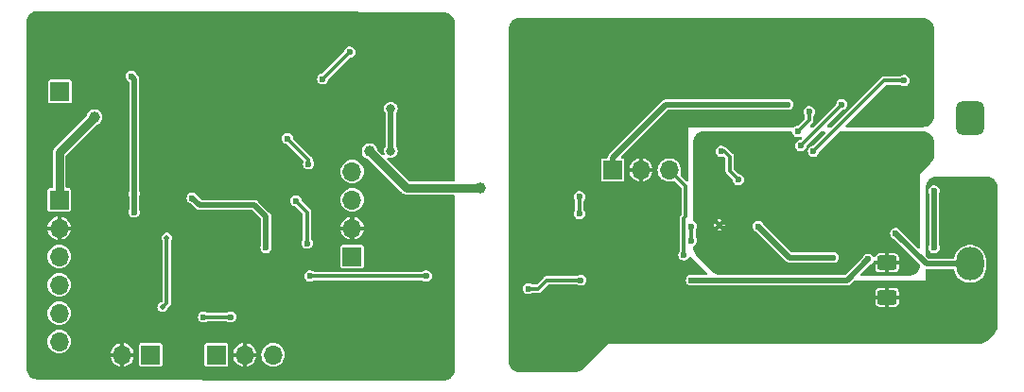
<source format=gbr>
%TF.GenerationSoftware,KiCad,Pcbnew,7.0.11+dfsg-1build4*%
%TF.CreationDate,2025-01-19T09:07:44-05:00*%
%TF.ProjectId,ThermocoupleBoard,54686572-6d6f-4636-9f75-706c65426f61,rev?*%
%TF.SameCoordinates,Original*%
%TF.FileFunction,Copper,L2,Bot*%
%TF.FilePolarity,Positive*%
%FSLAX46Y46*%
G04 Gerber Fmt 4.6, Leading zero omitted, Abs format (unit mm)*
G04 Created by KiCad (PCBNEW 7.0.11+dfsg-1build4) date 2025-01-19 09:07:44*
%MOMM*%
%LPD*%
G01*
G04 APERTURE LIST*
G04 Aperture macros list*
%AMRoundRect*
0 Rectangle with rounded corners*
0 $1 Rounding radius*
0 $2 $3 $4 $5 $6 $7 $8 $9 X,Y pos of 4 corners*
0 Add a 4 corners polygon primitive as box body*
4,1,4,$2,$3,$4,$5,$6,$7,$8,$9,$2,$3,0*
0 Add four circle primitives for the rounded corners*
1,1,$1+$1,$2,$3*
1,1,$1+$1,$4,$5*
1,1,$1+$1,$6,$7*
1,1,$1+$1,$8,$9*
0 Add four rect primitives between the rounded corners*
20,1,$1+$1,$2,$3,$4,$5,0*
20,1,$1+$1,$4,$5,$6,$7,0*
20,1,$1+$1,$6,$7,$8,$9,0*
20,1,$1+$1,$8,$9,$2,$3,0*%
G04 Aperture macros list end*
%TA.AperFunction,ComponentPad*%
%ADD10R,1.700000X1.700000*%
%TD*%
%TA.AperFunction,ComponentPad*%
%ADD11O,1.700000X1.700000*%
%TD*%
%TA.AperFunction,ComponentPad*%
%ADD12RoundRect,0.500000X0.750000X-1.000000X0.750000X1.000000X-0.750000X1.000000X-0.750000X-1.000000X0*%
%TD*%
%TA.AperFunction,ComponentPad*%
%ADD13O,2.500000X3.000000*%
%TD*%
%TA.AperFunction,ComponentPad*%
%ADD14C,0.600000*%
%TD*%
%TA.AperFunction,SMDPad,CuDef*%
%ADD15RoundRect,0.250000X-0.625000X0.400000X-0.625000X-0.400000X0.625000X-0.400000X0.625000X0.400000X0*%
%TD*%
%TA.AperFunction,ViaPad*%
%ADD16C,0.600000*%
%TD*%
%TA.AperFunction,ViaPad*%
%ADD17C,0.800000*%
%TD*%
%TA.AperFunction,ViaPad*%
%ADD18C,1.000000*%
%TD*%
%TA.AperFunction,ViaPad*%
%ADD19C,0.500000*%
%TD*%
%TA.AperFunction,Conductor*%
%ADD20C,0.500000*%
%TD*%
%TA.AperFunction,Conductor*%
%ADD21C,0.750000*%
%TD*%
%TA.AperFunction,Conductor*%
%ADD22C,0.350000*%
%TD*%
G04 APERTURE END LIST*
D10*
%TO.P,J6,1,Pin_1*%
%TO.N,3V3-ISO*%
X126158000Y-94903000D03*
D11*
%TO.P,J6,2,Pin_2*%
%TO.N,GND2*%
X128698000Y-94903000D03*
%TO.P,J6,3,Pin_3*%
%TO.N,/UPDI*%
X131238000Y-94903000D03*
%TD*%
D10*
%TO.P,J1,1,Pin_1*%
%TO.N,Net-(J1-Pin_1)*%
X76677000Y-87862000D03*
%TD*%
D12*
%TO.P,TC1,1,+*%
%TO.N,Net-(TC1-+)*%
X158174000Y-90220000D03*
D13*
%TO.P,TC1,2,-*%
%TO.N,Net-(TC1--)*%
X158174000Y-103320000D03*
%TD*%
D14*
%TO.P,U8,13,PAD*%
%TO.N,GNDA*%
X135702000Y-99837000D03*
%TD*%
D10*
%TO.P,J5,1,Pin_1*%
%TO.N,3V3-1*%
X102839000Y-102663000D03*
D11*
%TO.P,J5,2,Pin_2*%
%TO.N,GND1*%
X102839000Y-100123000D03*
%TO.P,J5,3,Pin_3*%
%TO.N,/Output MCU/SWDIO*%
X102839000Y-97583000D03*
%TO.P,J5,4,Pin_4*%
%TO.N,/Output MCU/SWCLK*%
X102839000Y-95043000D03*
%TD*%
D10*
%TO.P,J2,1,Pin_1*%
%TO.N,VCC*%
X76599000Y-97583000D03*
D11*
%TO.P,J2,2,Pin_2*%
%TO.N,GND1*%
X76599000Y-100123000D03*
%TO.P,J2,3,Pin_3*%
%TO.N,/Output MCU/CS*%
X76599000Y-102663000D03*
%TO.P,J2,4,Pin_4*%
%TO.N,/Output MCU/MISO*%
X76599000Y-105203000D03*
%TO.P,J2,5,Pin_5*%
%TO.N,/Output MCU/MOSI*%
X76599000Y-107743000D03*
%TO.P,J2,6,Pin_6*%
%TO.N,/Output MCU/SCK*%
X76599000Y-110283000D03*
%TD*%
D10*
%TO.P,J3,1,Pin_1*%
%TO.N,Net-(J3-Pin_1)*%
X84785000Y-111474000D03*
D11*
%TO.P,J3,2,Pin_2*%
%TO.N,GND1*%
X82245000Y-111474000D03*
%TD*%
D10*
%TO.P,J4,1,Pin_1*%
%TO.N,/Output MCU/DAC-High*%
X90671000Y-111473000D03*
D11*
%TO.P,J4,2,Pin_2*%
%TO.N,GND1*%
X93211000Y-111473000D03*
%TO.P,J4,3,Pin_3*%
%TO.N,/Output MCU/DAC-Low*%
X95751000Y-111473000D03*
%TD*%
D15*
%TO.P,R19,1*%
%TO.N,GNDA*%
X150749000Y-103225000D03*
%TO.P,R19,2*%
%TO.N,GND2*%
X150749000Y-106325000D03*
%TD*%
D16*
%TO.N,3V3-1*%
X83312000Y-97028000D03*
D17*
X106299000Y-93218000D03*
X106299000Y-89408000D03*
D16*
X83058000Y-86487000D03*
X83312000Y-98679000D03*
%TO.N,GND1*%
X81534000Y-100965000D03*
D18*
X92964000Y-88900000D03*
X104902000Y-110236000D03*
D16*
X79629000Y-84836000D03*
X109982000Y-106934000D03*
X79629000Y-88011000D03*
X91694000Y-94615000D03*
X79883000Y-103886000D03*
D18*
X88011000Y-84836000D03*
D16*
X107188000Y-86868000D03*
X100330000Y-107950000D03*
D18*
X99568000Y-91440000D03*
%TO.N,Net-(C2-Pad1)*%
X114319200Y-96503200D03*
X104394000Y-93218000D03*
D16*
%TO.N,GND2*%
X141986000Y-90424000D03*
X122555000Y-85598000D03*
X118618000Y-106934000D03*
X158800000Y-96180000D03*
X119888000Y-103632000D03*
X136398000Y-85979000D03*
X133223000Y-103632000D03*
D18*
X123698000Y-110236000D03*
X118618000Y-101600000D03*
D16*
X131953000Y-98044000D03*
%TO.N,3V3-ISO*%
X141859000Y-89027000D03*
X137414000Y-95758000D03*
X135890000Y-93218000D03*
D18*
%TO.N,VCC*%
X79756000Y-90170000D03*
D16*
%TO.N,Net-(U6-+)*%
X152273000Y-86868000D03*
X144145000Y-93218000D03*
%TO.N,GNDA*%
X145923000Y-92964000D03*
X141986000Y-94234000D03*
X148082000Y-99949000D03*
X141478000Y-98171000D03*
X138237000Y-100391000D03*
X140208000Y-102997000D03*
X153797000Y-93218000D03*
%TO.N,Net-(U7-OUT)*%
X145923000Y-102743000D03*
X139192000Y-99949000D03*
%TO.N,Net-(Q1-G)*%
X100203000Y-86741000D03*
X102616000Y-84328000D03*
%TO.N,150KHz from U1*%
X97028000Y-92075000D03*
X98933000Y-94361000D03*
%TO.N,Net-(TC1--)*%
X151511000Y-100584000D03*
%TO.N,Net-(U6--)*%
X146685000Y-89027000D03*
X143002000Y-92710000D03*
%TO.N,/UPDI*%
X132548000Y-102529000D03*
%TO.N,Net-(U1-PA10)*%
X89535000Y-108077000D03*
X91948000Y-108077000D03*
%TO.N,Net-(U1-PA12)*%
X97790000Y-97663000D03*
X98806000Y-101473000D03*
%TO.N,ISO-MOSI*%
X99060000Y-104394000D03*
X109474000Y-104394000D03*
%TO.N,Net-(U2-PA4)*%
X123190000Y-98806000D03*
X123190000Y-97282000D03*
%TO.N,Net-(U2-PB3)*%
X123317000Y-104775000D03*
X118618000Y-105537000D03*
%TO.N,SDA*%
X154940000Y-101854000D03*
X154940000Y-96774000D03*
%TO.N,SCL*%
X133223000Y-104775000D03*
X149050000Y-102900000D03*
%TO.N,Net-(U2-PA1)*%
X133223000Y-101219000D03*
X133223000Y-99949000D03*
%TO.N,Net-(U6-OUT)*%
X143764000Y-89662000D03*
X142748000Y-91440000D03*
%TO.N,Net-(J1-Pin_1)*%
X95123000Y-101854000D03*
X88519000Y-97409000D03*
D19*
%TO.N,Net-(J3-Pin_1)*%
X85852000Y-107188000D03*
X86233000Y-100965000D03*
%TD*%
D20*
%TO.N,3V3-1*%
X83058000Y-86487000D02*
X83312000Y-86741000D01*
X106299000Y-89408000D02*
X106299000Y-93218000D01*
X83312000Y-98679000D02*
X83312000Y-97028000D01*
X83312000Y-86741000D02*
X83312000Y-97028000D01*
D21*
%TO.N,Net-(C2-Pad1)*%
X107933200Y-96503200D02*
X107679200Y-96503200D01*
X107679200Y-96503200D02*
X104394000Y-93218000D01*
X114319200Y-96503200D02*
X107933200Y-96503200D01*
D20*
%TO.N,3V3-ISO*%
X141859000Y-89027000D02*
X130937000Y-89027000D01*
D22*
X136144000Y-93218000D02*
X135890000Y-93218000D01*
D20*
X130937000Y-89027000D02*
X126158000Y-93806000D01*
D22*
X136652000Y-94996000D02*
X136652000Y-93726000D01*
X136652000Y-93726000D02*
X136144000Y-93218000D01*
D20*
X126158000Y-93806000D02*
X126158000Y-94903000D01*
D22*
X137414000Y-95758000D02*
X136652000Y-94996000D01*
D21*
%TO.N,VCC*%
X76599000Y-97583000D02*
X76599000Y-93327000D01*
X76599000Y-93327000D02*
X79756000Y-90170000D01*
D22*
%TO.N,Net-(U6-+)*%
X152273000Y-86868000D02*
X150495000Y-86868000D01*
X150495000Y-86868000D02*
X144145000Y-93218000D01*
D20*
%TO.N,Net-(U7-OUT)*%
X141986000Y-102743000D02*
X139192000Y-99949000D01*
X145923000Y-102743000D02*
X141986000Y-102743000D01*
D22*
%TO.N,Net-(Q1-G)*%
X102595000Y-84349000D02*
X100203000Y-86741000D01*
%TO.N,150KHz from U1*%
X98933000Y-93980000D02*
X98933000Y-94361000D01*
X97028000Y-92075000D02*
X98933000Y-93980000D01*
D20*
%TO.N,Net-(TC1--)*%
X158174000Y-103320000D02*
X154247000Y-103320000D01*
X154247000Y-103320000D02*
X151511000Y-100584000D01*
D22*
%TO.N,Net-(U6--)*%
X143002000Y-92710000D02*
X146685000Y-89027000D01*
%TO.N,/UPDI*%
X132715000Y-99060000D02*
X132715000Y-96380000D01*
X132715000Y-96380000D02*
X131238000Y-94903000D01*
X132548000Y-99227000D02*
X132715000Y-99060000D01*
X132548000Y-102529000D02*
X132548000Y-99227000D01*
%TO.N,Net-(U1-PA10)*%
X89535000Y-108077000D02*
X91948000Y-108077000D01*
%TO.N,Net-(U1-PA12)*%
X98806000Y-98679000D02*
X98806000Y-101473000D01*
X97790000Y-97663000D02*
X98806000Y-98679000D01*
%TO.N,ISO-MOSI*%
X109474000Y-104394000D02*
X99060000Y-104394000D01*
%TO.N,Net-(U2-PA4)*%
X123190000Y-98806000D02*
X123190000Y-97282000D01*
%TO.N,Net-(U2-PB3)*%
X119507000Y-105537000D02*
X118618000Y-105537000D01*
X123317000Y-104775000D02*
X120269000Y-104775000D01*
X120269000Y-104775000D02*
X119507000Y-105537000D01*
D20*
%TO.N,SDA*%
X154940000Y-101854000D02*
X154940000Y-96774000D01*
%TO.N,SCL*%
X147175000Y-104775000D02*
X133223000Y-104775000D01*
X149050000Y-102900000D02*
X147175000Y-104775000D01*
D22*
%TO.N,Net-(U2-PA1)*%
X133223000Y-101219000D02*
X133223000Y-99949000D01*
%TO.N,Net-(U6-OUT)*%
X143764000Y-89662000D02*
X143764000Y-90424000D01*
X143764000Y-90424000D02*
X142748000Y-91440000D01*
D20*
%TO.N,Net-(J1-Pin_1)*%
X89154000Y-98044000D02*
X94107000Y-98044000D01*
X88519000Y-97409000D02*
X89154000Y-98044000D01*
X94107000Y-98044000D02*
X95123000Y-99060000D01*
X95123000Y-99060000D02*
X95123000Y-101854000D01*
D22*
%TO.N,Net-(J3-Pin_1)*%
X86233000Y-100965000D02*
X86233000Y-106807000D01*
X86233000Y-106807000D02*
X85852000Y-107188000D01*
%TD*%
%TA.AperFunction,Conductor*%
%TO.N,GND2*%
G36*
X153946061Y-81280597D02*
G01*
X154122941Y-81298018D01*
X154146769Y-81302757D01*
X154311001Y-81352576D01*
X154333453Y-81361877D01*
X154484798Y-81442772D01*
X154505010Y-81456277D01*
X154637666Y-81565145D01*
X154654854Y-81582333D01*
X154763722Y-81714989D01*
X154777227Y-81735201D01*
X154858121Y-81886543D01*
X154867424Y-81909001D01*
X154917240Y-82073224D01*
X154921982Y-82097065D01*
X154939403Y-82273938D01*
X154940000Y-82286092D01*
X154940000Y-90052907D01*
X154939403Y-90065061D01*
X154921982Y-90241934D01*
X154917240Y-90265775D01*
X154867424Y-90429998D01*
X154858121Y-90452456D01*
X154777227Y-90603798D01*
X154763722Y-90624010D01*
X154654854Y-90756666D01*
X154637666Y-90773854D01*
X154505010Y-90882722D01*
X154484798Y-90896227D01*
X154333456Y-90977121D01*
X154310998Y-90986424D01*
X154146775Y-91036240D01*
X154122934Y-91040982D01*
X153946061Y-91058403D01*
X153933907Y-91059000D01*
X147134398Y-91059000D01*
X147067359Y-91039315D01*
X147021604Y-90986511D01*
X147011660Y-90917353D01*
X147040685Y-90853797D01*
X147046717Y-90847319D01*
X147652103Y-90241934D01*
X150614218Y-87279819D01*
X150675541Y-87246334D01*
X150701899Y-87243500D01*
X151895126Y-87243500D01*
X151962165Y-87263185D01*
X151962166Y-87263185D01*
X152062947Y-87327953D01*
X152062948Y-87327953D01*
X152062949Y-87327954D01*
X152201036Y-87368499D01*
X152201038Y-87368500D01*
X152201039Y-87368500D01*
X152344962Y-87368500D01*
X152344962Y-87368499D01*
X152483053Y-87327953D01*
X152604128Y-87250143D01*
X152698377Y-87141373D01*
X152758165Y-87010457D01*
X152778647Y-86868000D01*
X152758165Y-86725543D01*
X152698377Y-86594627D01*
X152604128Y-86485857D01*
X152483053Y-86408047D01*
X152483051Y-86408046D01*
X152483049Y-86408045D01*
X152483050Y-86408045D01*
X152344963Y-86367500D01*
X152344961Y-86367500D01*
X152201039Y-86367500D01*
X152201036Y-86367500D01*
X152062949Y-86408045D01*
X152062948Y-86408046D01*
X151962166Y-86472815D01*
X151895126Y-86492500D01*
X150546804Y-86492500D01*
X150521359Y-86489861D01*
X150510732Y-86487633D01*
X150479324Y-86491548D01*
X150463986Y-86492500D01*
X150463886Y-86492500D01*
X150443400Y-86495918D01*
X150438338Y-86496656D01*
X150428699Y-86497857D01*
X150386370Y-86503134D01*
X150378857Y-86505371D01*
X150371386Y-86507936D01*
X150325371Y-86532837D01*
X150320820Y-86535180D01*
X150273792Y-86558171D01*
X150267375Y-86562753D01*
X150261174Y-86567579D01*
X150225717Y-86606095D01*
X150222171Y-86609790D01*
X145809281Y-91022681D01*
X145747958Y-91056166D01*
X145721600Y-91059000D01*
X145483399Y-91059000D01*
X145416360Y-91039315D01*
X145370605Y-90986511D01*
X145360661Y-90917353D01*
X145389686Y-90853797D01*
X145395718Y-90847319D01*
X146025937Y-90217100D01*
X146679399Y-89563637D01*
X146740720Y-89530154D01*
X146749436Y-89528581D01*
X146756954Y-89527500D01*
X146756961Y-89527500D01*
X146756968Y-89527498D01*
X146895050Y-89486954D01*
X146895050Y-89486953D01*
X146895053Y-89486953D01*
X147016128Y-89409143D01*
X147110377Y-89300373D01*
X147170165Y-89169457D01*
X147190647Y-89027000D01*
X147170165Y-88884543D01*
X147110377Y-88753627D01*
X147016128Y-88644857D01*
X146895053Y-88567047D01*
X146895051Y-88567046D01*
X146895049Y-88567045D01*
X146895050Y-88567045D01*
X146756963Y-88526500D01*
X146756961Y-88526500D01*
X146613039Y-88526500D01*
X146613036Y-88526500D01*
X146474949Y-88567045D01*
X146353873Y-88644856D01*
X146259623Y-88753626D01*
X146259622Y-88753628D01*
X146199835Y-88884541D01*
X146199834Y-88884546D01*
X146189489Y-88956496D01*
X146160463Y-89020051D01*
X146154432Y-89026529D01*
X144158281Y-91022681D01*
X144096958Y-91056166D01*
X144070600Y-91059000D01*
X143959399Y-91059000D01*
X143892360Y-91039315D01*
X143846605Y-90986511D01*
X143836661Y-90917353D01*
X143865686Y-90853797D01*
X143871705Y-90847330D01*
X143992896Y-90726140D01*
X144012741Y-90710025D01*
X144021836Y-90704084D01*
X144041272Y-90679110D01*
X144051450Y-90667587D01*
X144051520Y-90667518D01*
X144063607Y-90650586D01*
X144066666Y-90646485D01*
X144084159Y-90624010D01*
X144098809Y-90605189D01*
X144098811Y-90605182D01*
X144102547Y-90598280D01*
X144106003Y-90591207D01*
X144106010Y-90591199D01*
X144120955Y-90540995D01*
X144122483Y-90536224D01*
X144139500Y-90486660D01*
X144139500Y-90486656D01*
X144140790Y-90478924D01*
X144141768Y-90471085D01*
X144139606Y-90418807D01*
X144139500Y-90413683D01*
X144139500Y-90039183D01*
X144159185Y-89972144D01*
X144169783Y-89957985D01*
X144189377Y-89935373D01*
X144249165Y-89804457D01*
X144269647Y-89662000D01*
X144249165Y-89519543D01*
X144189377Y-89388627D01*
X144095128Y-89279857D01*
X143974053Y-89202047D01*
X143974051Y-89202046D01*
X143974049Y-89202045D01*
X143974050Y-89202045D01*
X143835963Y-89161500D01*
X143835961Y-89161500D01*
X143692039Y-89161500D01*
X143692036Y-89161500D01*
X143553949Y-89202045D01*
X143432873Y-89279856D01*
X143338623Y-89388626D01*
X143338622Y-89388628D01*
X143278834Y-89519543D01*
X143258353Y-89662000D01*
X143278834Y-89804456D01*
X143338622Y-89935371D01*
X143338623Y-89935373D01*
X143358212Y-89957980D01*
X143387238Y-90021534D01*
X143388500Y-90039183D01*
X143388500Y-90217100D01*
X143368815Y-90284139D01*
X143352181Y-90304781D01*
X142753601Y-90903360D01*
X142692278Y-90936845D01*
X142683571Y-90938416D01*
X142676040Y-90939498D01*
X142537949Y-90980045D01*
X142537944Y-90980047D01*
X142445723Y-91039315D01*
X142378684Y-91059000D01*
X132969000Y-91059000D01*
X132969000Y-92059003D01*
X132969000Y-95803600D01*
X132949315Y-95870639D01*
X132896511Y-95916394D01*
X132827353Y-95926338D01*
X132763797Y-95897313D01*
X132757319Y-95891281D01*
X132256420Y-95390382D01*
X132222935Y-95329059D01*
X132225439Y-95266709D01*
X132273300Y-95108934D01*
X132293583Y-94903000D01*
X132273300Y-94697066D01*
X132213232Y-94499046D01*
X132115685Y-94316550D01*
X132063702Y-94253209D01*
X131984410Y-94156589D01*
X131834121Y-94033252D01*
X131824450Y-94025315D01*
X131641954Y-93927768D01*
X131443934Y-93867700D01*
X131443932Y-93867699D01*
X131443934Y-93867699D01*
X131238000Y-93847417D01*
X131032067Y-93867699D01*
X130834043Y-93927769D01*
X130746114Y-93974769D01*
X130651550Y-94025315D01*
X130651548Y-94025316D01*
X130651547Y-94025317D01*
X130491589Y-94156589D01*
X130360317Y-94316547D01*
X130360315Y-94316550D01*
X130360164Y-94316833D01*
X130262769Y-94499043D01*
X130202699Y-94697067D01*
X130182417Y-94903000D01*
X130202699Y-95108932D01*
X130202700Y-95108934D01*
X130262768Y-95306954D01*
X130360315Y-95489450D01*
X130360317Y-95489452D01*
X130491589Y-95649410D01*
X130588209Y-95728702D01*
X130651550Y-95780685D01*
X130834046Y-95878232D01*
X131032066Y-95938300D01*
X131032065Y-95938300D01*
X131039061Y-95938989D01*
X131238000Y-95958583D01*
X131443934Y-95938300D01*
X131601709Y-95890439D01*
X131671574Y-95889817D01*
X131725383Y-95921420D01*
X132303181Y-96499218D01*
X132336666Y-96560541D01*
X132339500Y-96586899D01*
X132339500Y-98847577D01*
X132319815Y-98914616D01*
X132296254Y-98938362D01*
X132297723Y-98939957D01*
X132290164Y-98946915D01*
X132270720Y-98971896D01*
X132260574Y-98983388D01*
X132260483Y-98983479D01*
X132260474Y-98983489D01*
X132248402Y-99000397D01*
X132245341Y-99004503D01*
X132213192Y-99045808D01*
X132209447Y-99052729D01*
X132205988Y-99059804D01*
X132191057Y-99109955D01*
X132189495Y-99114831D01*
X132172500Y-99164338D01*
X132171206Y-99172092D01*
X132170231Y-99179911D01*
X132172394Y-99232191D01*
X132172500Y-99237316D01*
X132172500Y-102151815D01*
X132152815Y-102218854D01*
X132142215Y-102233016D01*
X132122623Y-102255627D01*
X132122622Y-102255628D01*
X132062834Y-102386543D01*
X132042353Y-102529000D01*
X132062834Y-102671456D01*
X132108174Y-102770734D01*
X132122623Y-102802373D01*
X132216872Y-102911143D01*
X132337947Y-102988953D01*
X132337950Y-102988954D01*
X132337949Y-102988954D01*
X132476036Y-103029499D01*
X132476038Y-103029500D01*
X132476039Y-103029500D01*
X132619962Y-103029500D01*
X132619962Y-103029499D01*
X132758053Y-102988953D01*
X132879128Y-102911143D01*
X132973377Y-102802373D01*
X132999974Y-102744132D01*
X133045726Y-102691331D01*
X133112766Y-102671646D01*
X133167807Y-102687807D01*
X133261896Y-102781896D01*
X133261901Y-102781902D01*
X134592819Y-104112819D01*
X134626304Y-104174142D01*
X134621320Y-104243834D01*
X134579448Y-104299767D01*
X134513984Y-104324184D01*
X134505138Y-104324500D01*
X133480727Y-104324500D01*
X133441995Y-104316073D01*
X133441563Y-104317545D01*
X133294963Y-104274500D01*
X133294961Y-104274500D01*
X133151039Y-104274500D01*
X133151036Y-104274500D01*
X133012949Y-104315045D01*
X132891873Y-104392856D01*
X132797623Y-104501626D01*
X132797622Y-104501628D01*
X132737834Y-104632543D01*
X132717353Y-104775000D01*
X132737834Y-104917456D01*
X132766824Y-104980933D01*
X132797623Y-105048373D01*
X132891872Y-105157143D01*
X133012947Y-105234953D01*
X133012950Y-105234954D01*
X133012949Y-105234954D01*
X133151036Y-105275499D01*
X133151038Y-105275500D01*
X133151039Y-105275500D01*
X133294962Y-105275500D01*
X133294962Y-105275499D01*
X133347797Y-105259985D01*
X133441563Y-105232455D01*
X133441995Y-105233926D01*
X133480727Y-105225500D01*
X147142738Y-105225500D01*
X147156620Y-105226279D01*
X147169421Y-105227722D01*
X147192033Y-105230270D01*
X147192033Y-105230269D01*
X147192035Y-105230270D01*
X147248236Y-105219635D01*
X147252726Y-105218872D01*
X147309287Y-105210348D01*
X147309291Y-105210345D01*
X147317447Y-105207830D01*
X147325469Y-105205024D01*
X147325470Y-105205023D01*
X147325472Y-105205023D01*
X147376088Y-105178270D01*
X147380093Y-105176248D01*
X147431642Y-105151425D01*
X147431643Y-105151423D01*
X147431645Y-105151423D01*
X147438695Y-105146616D01*
X147445534Y-105141567D01*
X147445538Y-105141566D01*
X147485975Y-105101127D01*
X147489261Y-105097961D01*
X147531194Y-105059055D01*
X147531196Y-105059050D01*
X147536987Y-105051790D01*
X147537643Y-105052313D01*
X147547032Y-105040070D01*
X147775784Y-104811319D01*
X147837107Y-104777834D01*
X147863465Y-104775000D01*
X153177997Y-104775000D01*
X153178000Y-104775000D01*
X154178000Y-104775000D01*
X154178000Y-103857698D01*
X154193386Y-103819594D01*
X154250420Y-103779234D01*
X154295270Y-103772621D01*
X154298010Y-103772724D01*
X154298013Y-103772722D01*
X154298015Y-103772723D01*
X154307243Y-103771684D01*
X154307336Y-103772513D01*
X154322636Y-103770500D01*
X156631974Y-103770500D01*
X156699013Y-103790185D01*
X156744768Y-103842989D01*
X156752180Y-103864060D01*
X156797389Y-104042589D01*
X156893951Y-104262729D01*
X156991718Y-104412371D01*
X157025429Y-104463969D01*
X157188236Y-104640825D01*
X157188239Y-104640827D01*
X157188242Y-104640830D01*
X157377924Y-104788466D01*
X157377930Y-104788470D01*
X157377933Y-104788472D01*
X157589344Y-104902882D01*
X157589347Y-104902883D01*
X157816699Y-104980933D01*
X157816701Y-104980933D01*
X157816703Y-104980934D01*
X158053808Y-105020500D01*
X158053809Y-105020500D01*
X158294191Y-105020500D01*
X158294192Y-105020500D01*
X158531297Y-104980934D01*
X158758656Y-104902882D01*
X158970067Y-104788472D01*
X159159764Y-104640825D01*
X159322571Y-104463969D01*
X159454049Y-104262728D01*
X159550610Y-104042591D01*
X159609620Y-103809563D01*
X159624500Y-103629990D01*
X159624500Y-103010010D01*
X159609620Y-102830437D01*
X159550610Y-102597409D01*
X159454049Y-102377272D01*
X159443324Y-102360857D01*
X159374574Y-102255627D01*
X159322571Y-102176031D01*
X159159764Y-101999175D01*
X159159759Y-101999171D01*
X159159757Y-101999169D01*
X158970075Y-101851533D01*
X158970069Y-101851529D01*
X158758657Y-101737118D01*
X158758652Y-101737116D01*
X158531300Y-101659066D01*
X158353468Y-101629391D01*
X158294192Y-101619500D01*
X158053808Y-101619500D01*
X158006387Y-101627413D01*
X157816699Y-101659066D01*
X157589347Y-101737116D01*
X157589342Y-101737118D01*
X157377930Y-101851529D01*
X157377924Y-101851533D01*
X157188242Y-101999169D01*
X157188239Y-101999172D01*
X157025430Y-102176029D01*
X157025427Y-102176033D01*
X156893951Y-102377270D01*
X156797389Y-102597410D01*
X156752180Y-102775940D01*
X156716640Y-102836096D01*
X156654220Y-102867488D01*
X156631974Y-102869500D01*
X154484965Y-102869500D01*
X154417926Y-102849815D01*
X154397284Y-102833181D01*
X154214319Y-102650216D01*
X154180834Y-102588893D01*
X154178000Y-102562535D01*
X154178000Y-101854000D01*
X154434353Y-101854000D01*
X154454834Y-101996456D01*
X154456076Y-101999175D01*
X154514623Y-102127373D01*
X154608872Y-102236143D01*
X154729947Y-102313953D01*
X154729950Y-102313954D01*
X154729949Y-102313954D01*
X154868036Y-102354499D01*
X154868038Y-102354500D01*
X154868039Y-102354500D01*
X155011962Y-102354500D01*
X155011962Y-102354499D01*
X155150053Y-102313953D01*
X155271128Y-102236143D01*
X155365377Y-102127373D01*
X155425165Y-101996457D01*
X155445647Y-101854000D01*
X155425165Y-101711543D01*
X155422484Y-101705673D01*
X155401706Y-101660174D01*
X155390500Y-101608663D01*
X155390500Y-97019335D01*
X155401705Y-96967825D01*
X155425165Y-96916457D01*
X155445647Y-96774000D01*
X155425165Y-96631543D01*
X155365377Y-96500627D01*
X155271128Y-96391857D01*
X155150053Y-96314047D01*
X155150051Y-96314046D01*
X155150049Y-96314045D01*
X155150050Y-96314045D01*
X155011963Y-96273500D01*
X155011961Y-96273500D01*
X154868039Y-96273500D01*
X154868036Y-96273500D01*
X154729949Y-96314045D01*
X154608873Y-96391856D01*
X154514623Y-96500626D01*
X154514622Y-96500628D01*
X154454834Y-96631543D01*
X154434353Y-96774000D01*
X154454834Y-96916453D01*
X154454834Y-96916454D01*
X154454834Y-96916455D01*
X154454835Y-96916457D01*
X154478294Y-96967825D01*
X154489500Y-97019335D01*
X154489500Y-101608663D01*
X154478294Y-101660174D01*
X154454835Y-101711541D01*
X154454834Y-101711542D01*
X154434353Y-101854000D01*
X154178000Y-101854000D01*
X154178000Y-96510092D01*
X154178597Y-96497938D01*
X154189045Y-96391856D01*
X154196018Y-96321056D01*
X154200757Y-96297232D01*
X154250577Y-96132994D01*
X154259875Y-96110549D01*
X154340775Y-95959195D01*
X154354272Y-95938995D01*
X154463149Y-95806328D01*
X154480328Y-95789149D01*
X154612995Y-95680272D01*
X154633195Y-95666775D01*
X154784549Y-95585875D01*
X154806994Y-95576577D01*
X154971232Y-95526757D01*
X154995056Y-95522018D01*
X155171939Y-95504597D01*
X155184093Y-95504000D01*
X159648907Y-95504000D01*
X159661061Y-95504597D01*
X159837941Y-95522018D01*
X159861769Y-95526757D01*
X160026001Y-95576576D01*
X160048453Y-95585877D01*
X160167316Y-95649410D01*
X160199798Y-95666772D01*
X160220010Y-95680277D01*
X160352666Y-95789145D01*
X160369854Y-95806333D01*
X160478722Y-95938989D01*
X160492227Y-95959201D01*
X160573121Y-96110543D01*
X160582424Y-96133001D01*
X160632240Y-96297224D01*
X160636982Y-96321065D01*
X160654403Y-96497938D01*
X160655000Y-96510092D01*
X160655000Y-108799693D01*
X160654403Y-108811847D01*
X160636982Y-108988721D01*
X160632240Y-109012562D01*
X160582424Y-109176785D01*
X160573121Y-109199243D01*
X160492227Y-109350585D01*
X160478722Y-109370797D01*
X160365969Y-109508186D01*
X160357797Y-109517202D01*
X159682202Y-110192797D01*
X159673186Y-110200969D01*
X159535797Y-110313722D01*
X159515585Y-110327227D01*
X159364243Y-110408121D01*
X159341785Y-110417424D01*
X159177562Y-110467240D01*
X159153721Y-110471982D01*
X158976847Y-110489403D01*
X158964693Y-110490000D01*
X132969000Y-110490000D01*
X125730000Y-110490000D01*
X125437112Y-110782887D01*
X125437101Y-110782897D01*
X123487202Y-112732797D01*
X123478186Y-112740969D01*
X123340797Y-112853722D01*
X123320585Y-112867227D01*
X123169243Y-112948121D01*
X123146785Y-112957424D01*
X122982562Y-113007240D01*
X122958721Y-113011982D01*
X122781847Y-113029403D01*
X122769693Y-113030000D01*
X117846093Y-113030000D01*
X117833939Y-113029403D01*
X117657065Y-113011982D01*
X117633224Y-113007240D01*
X117469001Y-112957424D01*
X117446543Y-112948121D01*
X117295201Y-112867227D01*
X117274989Y-112853722D01*
X117142333Y-112744854D01*
X117125145Y-112727666D01*
X117016277Y-112595010D01*
X117002772Y-112574798D01*
X116921878Y-112423456D01*
X116912575Y-112400998D01*
X116862757Y-112236769D01*
X116858018Y-112212941D01*
X116840597Y-112036061D01*
X116840000Y-112023907D01*
X116840000Y-106500000D01*
X149674001Y-106500000D01*
X149674001Y-106779196D01*
X149676851Y-106809606D01*
X149721653Y-106937645D01*
X149802207Y-107046792D01*
X149911354Y-107127346D01*
X150039397Y-107172149D01*
X150069792Y-107174999D01*
X150573999Y-107174999D01*
X150574000Y-107174998D01*
X150574000Y-106500000D01*
X150924000Y-106500000D01*
X150924000Y-107174999D01*
X151428196Y-107174999D01*
X151458606Y-107172148D01*
X151586645Y-107127346D01*
X151695792Y-107046792D01*
X151776346Y-106937645D01*
X151821149Y-106809604D01*
X151821149Y-106809600D01*
X151824000Y-106779206D01*
X151824000Y-106500000D01*
X150924000Y-106500000D01*
X150574000Y-106500000D01*
X149674001Y-106500000D01*
X116840000Y-106500000D01*
X116840000Y-106150000D01*
X149674000Y-106150000D01*
X150574000Y-106150000D01*
X150574000Y-105475000D01*
X150924000Y-105475000D01*
X150924000Y-106150000D01*
X151823999Y-106150000D01*
X151823999Y-105870803D01*
X151821148Y-105840393D01*
X151776346Y-105712354D01*
X151695792Y-105603207D01*
X151586645Y-105522653D01*
X151458602Y-105477850D01*
X151428207Y-105475000D01*
X150924000Y-105475000D01*
X150574000Y-105475000D01*
X150069803Y-105475000D01*
X150039393Y-105477851D01*
X149911354Y-105522653D01*
X149802207Y-105603207D01*
X149721653Y-105712354D01*
X149676850Y-105840395D01*
X149676850Y-105840399D01*
X149674000Y-105870793D01*
X149674000Y-106150000D01*
X116840000Y-106150000D01*
X116840000Y-105537000D01*
X118112353Y-105537000D01*
X118132834Y-105679456D01*
X118185701Y-105795216D01*
X118192623Y-105810373D01*
X118286872Y-105919143D01*
X118407947Y-105996953D01*
X118407950Y-105996954D01*
X118407949Y-105996954D01*
X118546036Y-106037499D01*
X118546038Y-106037500D01*
X118546039Y-106037500D01*
X118689962Y-106037500D01*
X118689962Y-106037499D01*
X118828053Y-105996953D01*
X118928834Y-105932184D01*
X118995874Y-105912500D01*
X119455196Y-105912500D01*
X119480641Y-105915139D01*
X119483724Y-105915785D01*
X119491268Y-105917367D01*
X119522676Y-105913451D01*
X119538014Y-105912500D01*
X119538112Y-105912500D01*
X119538114Y-105912500D01*
X119558643Y-105909073D01*
X119563673Y-105908341D01*
X119615626Y-105901866D01*
X119615628Y-105901864D01*
X119623141Y-105899628D01*
X119630606Y-105897066D01*
X119630606Y-105897065D01*
X119630610Y-105897065D01*
X119676636Y-105872157D01*
X119681193Y-105869812D01*
X119696102Y-105862522D01*
X119728211Y-105846826D01*
X119728213Y-105846823D01*
X119734594Y-105842268D01*
X119740820Y-105837421D01*
X119740826Y-105837419D01*
X119776293Y-105798890D01*
X119779795Y-105795240D01*
X120388218Y-105186819D01*
X120449541Y-105153334D01*
X120475899Y-105150500D01*
X122939126Y-105150500D01*
X123006165Y-105170185D01*
X123006166Y-105170185D01*
X123106947Y-105234953D01*
X123106948Y-105234953D01*
X123106949Y-105234954D01*
X123245036Y-105275499D01*
X123245038Y-105275500D01*
X123245039Y-105275500D01*
X123388962Y-105275500D01*
X123388962Y-105275499D01*
X123527053Y-105234953D01*
X123648128Y-105157143D01*
X123742377Y-105048373D01*
X123802165Y-104917457D01*
X123822647Y-104775000D01*
X123802165Y-104632543D01*
X123742377Y-104501627D01*
X123648128Y-104392857D01*
X123527053Y-104315047D01*
X123527051Y-104315046D01*
X123527049Y-104315045D01*
X123527050Y-104315045D01*
X123388963Y-104274500D01*
X123388961Y-104274500D01*
X123245039Y-104274500D01*
X123245036Y-104274500D01*
X123106949Y-104315045D01*
X123106948Y-104315046D01*
X123006166Y-104379815D01*
X122939126Y-104399500D01*
X120320803Y-104399500D01*
X120295358Y-104396861D01*
X120294539Y-104396689D01*
X120284732Y-104394633D01*
X120284731Y-104394633D01*
X120253323Y-104398548D01*
X120237985Y-104399500D01*
X120237886Y-104399500D01*
X120217400Y-104402918D01*
X120212338Y-104403656D01*
X120202699Y-104404857D01*
X120160370Y-104410134D01*
X120152857Y-104412371D01*
X120145386Y-104414936D01*
X120099371Y-104439837D01*
X120094820Y-104442180D01*
X120047792Y-104465171D01*
X120041375Y-104469753D01*
X120035174Y-104474579D01*
X119999718Y-104513094D01*
X119996172Y-104516789D01*
X119387781Y-105125181D01*
X119326458Y-105158666D01*
X119300100Y-105161500D01*
X118995874Y-105161500D01*
X118928835Y-105141815D01*
X118928834Y-105141815D01*
X118862995Y-105099503D01*
X118828053Y-105077047D01*
X118828052Y-105077046D01*
X118828051Y-105077046D01*
X118828050Y-105077045D01*
X118689963Y-105036500D01*
X118689961Y-105036500D01*
X118546039Y-105036500D01*
X118546036Y-105036500D01*
X118407949Y-105077045D01*
X118286873Y-105154856D01*
X118192623Y-105263626D01*
X118192622Y-105263628D01*
X118132834Y-105394543D01*
X118112353Y-105537000D01*
X116840000Y-105537000D01*
X116840000Y-98806000D01*
X122684353Y-98806000D01*
X122704834Y-98948456D01*
X122752233Y-99052244D01*
X122764623Y-99079373D01*
X122858872Y-99188143D01*
X122979947Y-99265953D01*
X122979950Y-99265954D01*
X122979949Y-99265954D01*
X123118036Y-99306499D01*
X123118038Y-99306500D01*
X123118039Y-99306500D01*
X123261962Y-99306500D01*
X123261962Y-99306499D01*
X123400053Y-99265953D01*
X123521128Y-99188143D01*
X123615377Y-99079373D01*
X123675165Y-98948457D01*
X123695647Y-98806000D01*
X123675165Y-98663543D01*
X123615377Y-98532627D01*
X123595785Y-98510016D01*
X123566762Y-98446460D01*
X123565500Y-98428815D01*
X123565500Y-97659183D01*
X123585185Y-97592144D01*
X123595783Y-97577985D01*
X123615377Y-97555373D01*
X123675165Y-97424457D01*
X123695647Y-97282000D01*
X123675165Y-97139543D01*
X123615377Y-97008627D01*
X123521128Y-96899857D01*
X123400053Y-96822047D01*
X123400051Y-96822046D01*
X123400049Y-96822045D01*
X123400050Y-96822045D01*
X123261963Y-96781500D01*
X123261961Y-96781500D01*
X123118039Y-96781500D01*
X123118036Y-96781500D01*
X122979949Y-96822045D01*
X122858873Y-96899856D01*
X122764623Y-97008626D01*
X122764622Y-97008628D01*
X122704834Y-97139543D01*
X122684353Y-97282000D01*
X122704834Y-97424456D01*
X122764622Y-97555371D01*
X122764623Y-97555373D01*
X122784212Y-97577980D01*
X122813238Y-97641534D01*
X122814500Y-97659183D01*
X122814500Y-98428815D01*
X122794815Y-98495854D01*
X122784215Y-98510016D01*
X122764623Y-98532627D01*
X122764622Y-98532628D01*
X122704834Y-98663543D01*
X122684353Y-98806000D01*
X116840000Y-98806000D01*
X116840000Y-95772752D01*
X125107500Y-95772752D01*
X125119131Y-95831229D01*
X125119132Y-95831230D01*
X125163447Y-95897552D01*
X125229769Y-95941867D01*
X125229770Y-95941868D01*
X125288247Y-95953499D01*
X125288250Y-95953500D01*
X125288252Y-95953500D01*
X127027750Y-95953500D01*
X127027751Y-95953499D01*
X127042568Y-95950552D01*
X127086229Y-95941868D01*
X127086229Y-95941867D01*
X127086231Y-95941867D01*
X127152552Y-95897552D01*
X127196867Y-95831231D01*
X127196867Y-95831229D01*
X127196868Y-95831229D01*
X127206922Y-95780682D01*
X127208500Y-95772748D01*
X127208500Y-95078000D01*
X127660155Y-95078000D01*
X127663191Y-95108834D01*
X127723233Y-95306766D01*
X127820728Y-95489166D01*
X127820732Y-95489173D01*
X127951944Y-95649055D01*
X128111826Y-95780267D01*
X128111833Y-95780271D01*
X128294233Y-95877766D01*
X128492165Y-95937808D01*
X128523000Y-95940844D01*
X128523000Y-95372753D01*
X128555685Y-95387680D01*
X128662237Y-95403000D01*
X128733763Y-95403000D01*
X128840315Y-95387680D01*
X128873000Y-95372753D01*
X128873000Y-95940843D01*
X128903834Y-95937808D01*
X129101766Y-95877766D01*
X129284166Y-95780271D01*
X129284173Y-95780267D01*
X129444055Y-95649055D01*
X129575267Y-95489173D01*
X129575271Y-95489166D01*
X129672766Y-95306766D01*
X129732808Y-95108834D01*
X129735845Y-95078000D01*
X129167724Y-95078000D01*
X129198000Y-94974889D01*
X129198000Y-94831111D01*
X129167724Y-94728000D01*
X129735844Y-94728000D01*
X129732808Y-94697165D01*
X129672766Y-94499233D01*
X129575271Y-94316833D01*
X129575267Y-94316826D01*
X129444055Y-94156944D01*
X129284173Y-94025732D01*
X129284166Y-94025728D01*
X129101768Y-93928234D01*
X128903837Y-93868192D01*
X128903831Y-93868191D01*
X128873000Y-93865153D01*
X128873000Y-94433246D01*
X128840315Y-94418320D01*
X128733763Y-94403000D01*
X128662237Y-94403000D01*
X128555685Y-94418320D01*
X128523000Y-94433246D01*
X128523000Y-93865153D01*
X128492168Y-93868191D01*
X128492162Y-93868192D01*
X128294231Y-93928234D01*
X128111833Y-94025728D01*
X128111826Y-94025732D01*
X127951944Y-94156944D01*
X127820732Y-94316826D01*
X127820728Y-94316833D01*
X127723233Y-94499233D01*
X127663191Y-94697165D01*
X127660155Y-94728000D01*
X128228276Y-94728000D01*
X128198000Y-94831111D01*
X128198000Y-94974889D01*
X128228276Y-95078000D01*
X127660155Y-95078000D01*
X127208500Y-95078000D01*
X127208500Y-94033252D01*
X127208500Y-94033249D01*
X127208499Y-94033247D01*
X127196868Y-93974770D01*
X127196867Y-93974769D01*
X127152552Y-93908447D01*
X127086230Y-93864132D01*
X127022446Y-93851444D01*
X126960535Y-93819058D01*
X126925961Y-93758342D01*
X126929702Y-93688573D01*
X126958955Y-93642148D01*
X131087284Y-89513818D01*
X131148607Y-89480334D01*
X131174965Y-89477500D01*
X141601273Y-89477500D01*
X141640004Y-89485926D01*
X141640437Y-89484455D01*
X141740445Y-89513819D01*
X141787032Y-89527498D01*
X141787036Y-89527499D01*
X141787038Y-89527500D01*
X141787039Y-89527500D01*
X141930962Y-89527500D01*
X141930962Y-89527499D01*
X142069053Y-89486953D01*
X142190128Y-89409143D01*
X142284377Y-89300373D01*
X142344165Y-89169457D01*
X142364647Y-89027000D01*
X142344165Y-88884543D01*
X142284377Y-88753627D01*
X142190128Y-88644857D01*
X142069053Y-88567047D01*
X142069051Y-88567046D01*
X142069049Y-88567045D01*
X142069050Y-88567045D01*
X141930963Y-88526500D01*
X141930961Y-88526500D01*
X141787039Y-88526500D01*
X141787036Y-88526500D01*
X141640437Y-88569545D01*
X141640004Y-88568073D01*
X141601273Y-88576500D01*
X130969262Y-88576500D01*
X130955379Y-88575720D01*
X130951371Y-88575268D01*
X130919965Y-88571729D01*
X130863782Y-88582358D01*
X130859218Y-88583133D01*
X130802715Y-88591651D01*
X130794556Y-88594167D01*
X130786529Y-88596976D01*
X130735964Y-88623700D01*
X130731829Y-88625787D01*
X130680358Y-88650575D01*
X130673308Y-88655380D01*
X130666459Y-88660435D01*
X130626059Y-88700836D01*
X130622722Y-88704051D01*
X130580804Y-88742946D01*
X130575013Y-88750208D01*
X130574362Y-88749688D01*
X130564967Y-88761928D01*
X125862263Y-93464632D01*
X125851898Y-93473895D01*
X125824033Y-93496117D01*
X125824030Y-93496121D01*
X125791823Y-93543357D01*
X125789144Y-93547132D01*
X125755206Y-93593118D01*
X125751216Y-93600667D01*
X125747528Y-93608325D01*
X125730673Y-93662967D01*
X125729225Y-93667368D01*
X125710353Y-93721304D01*
X125708769Y-93729671D01*
X125706163Y-93746973D01*
X125676711Y-93810332D01*
X125617680Y-93847710D01*
X125583547Y-93852500D01*
X125288247Y-93852500D01*
X125229770Y-93864131D01*
X125229769Y-93864132D01*
X125163447Y-93908447D01*
X125119132Y-93974769D01*
X125119131Y-93974770D01*
X125107500Y-94033247D01*
X125107500Y-95772752D01*
X116840000Y-95772752D01*
X116840000Y-82286092D01*
X116840597Y-82273938D01*
X116858018Y-82097056D01*
X116862757Y-82073232D01*
X116912577Y-81908994D01*
X116921875Y-81886549D01*
X117002775Y-81735195D01*
X117016272Y-81714995D01*
X117125149Y-81582328D01*
X117142328Y-81565149D01*
X117274995Y-81456272D01*
X117295195Y-81442775D01*
X117446549Y-81361875D01*
X117468994Y-81352577D01*
X117633232Y-81302757D01*
X117657056Y-81298018D01*
X117833939Y-81280597D01*
X117846093Y-81280000D01*
X153933907Y-81280000D01*
X153946061Y-81280597D01*
G37*
%TD.AperFunction*%
%TD*%
%TA.AperFunction,Conductor*%
%TO.N,GND1*%
G36*
X81293871Y-80670277D02*
G01*
X95882875Y-80718585D01*
X111011242Y-80768679D01*
X111023334Y-80769312D01*
X111199810Y-80787246D01*
X111223586Y-80792048D01*
X111300805Y-80815699D01*
X111387323Y-80842198D01*
X111409707Y-80851534D01*
X111559972Y-80932293D01*
X111560554Y-80932606D01*
X111580695Y-80946124D01*
X111712871Y-81055010D01*
X111729995Y-81072191D01*
X111838440Y-81204723D01*
X111851892Y-81224909D01*
X111932462Y-81376022D01*
X111941726Y-81398440D01*
X111991336Y-81562347D01*
X111996058Y-81586140D01*
X112013405Y-81762640D01*
X112014000Y-81774769D01*
X112014000Y-95803700D01*
X111994315Y-95870739D01*
X111941511Y-95916494D01*
X111890000Y-95927700D01*
X107968942Y-95927700D01*
X107901903Y-95908015D01*
X107881261Y-95891381D01*
X105986724Y-93996844D01*
X105953239Y-93935521D01*
X105958223Y-93865829D01*
X106000095Y-93809896D01*
X106065559Y-93785479D01*
X106121856Y-93794601D01*
X106142238Y-93803044D01*
X106197900Y-93810372D01*
X106298999Y-93823682D01*
X106299000Y-93823682D01*
X106299001Y-93823682D01*
X106351254Y-93816802D01*
X106455762Y-93803044D01*
X106601841Y-93742536D01*
X106727282Y-93646282D01*
X106823536Y-93520841D01*
X106884044Y-93374762D01*
X106904682Y-93218000D01*
X106884044Y-93061238D01*
X106823536Y-92915159D01*
X106823535Y-92915158D01*
X106823535Y-92915157D01*
X106775124Y-92852066D01*
X106749930Y-92786896D01*
X106749500Y-92776580D01*
X106749500Y-89849419D01*
X106769185Y-89782380D01*
X106775124Y-89773933D01*
X106791092Y-89753121D01*
X106823536Y-89710841D01*
X106884044Y-89564762D01*
X106904682Y-89408000D01*
X106884044Y-89251238D01*
X106823536Y-89105159D01*
X106727282Y-88979718D01*
X106601841Y-88883464D01*
X106455762Y-88822956D01*
X106455760Y-88822955D01*
X106299001Y-88802318D01*
X106298999Y-88802318D01*
X106142239Y-88822955D01*
X106142237Y-88822956D01*
X105996160Y-88883463D01*
X105870718Y-88979718D01*
X105774463Y-89105160D01*
X105713956Y-89251237D01*
X105713955Y-89251239D01*
X105693318Y-89407998D01*
X105693318Y-89408001D01*
X105713955Y-89564760D01*
X105713957Y-89564765D01*
X105774461Y-89710836D01*
X105774464Y-89710841D01*
X105822876Y-89773933D01*
X105848070Y-89839102D01*
X105848500Y-89849419D01*
X105848500Y-92776580D01*
X105828815Y-92843619D01*
X105822876Y-92852066D01*
X105774464Y-92915157D01*
X105713956Y-93061237D01*
X105713955Y-93061239D01*
X105693318Y-93217998D01*
X105693318Y-93218001D01*
X105713955Y-93374760D01*
X105713956Y-93374762D01*
X105722398Y-93395143D01*
X105729865Y-93464613D01*
X105698589Y-93527091D01*
X105638500Y-93562743D01*
X105568675Y-93560248D01*
X105520155Y-93530275D01*
X105114943Y-93125063D01*
X105081458Y-93063740D01*
X105079529Y-93052335D01*
X105079140Y-93049128D01*
X105018818Y-92890070D01*
X105017141Y-92887641D01*
X104969536Y-92818673D01*
X104922183Y-92750071D01*
X104794852Y-92637266D01*
X104794849Y-92637263D01*
X104644226Y-92558210D01*
X104479056Y-92517500D01*
X104308944Y-92517500D01*
X104143773Y-92558210D01*
X103993150Y-92637263D01*
X103865816Y-92750072D01*
X103769182Y-92890068D01*
X103708860Y-93049125D01*
X103708859Y-93049130D01*
X103688355Y-93218000D01*
X103708859Y-93386869D01*
X103708860Y-93386874D01*
X103769182Y-93545931D01*
X103831475Y-93636177D01*
X103865817Y-93685929D01*
X103993148Y-93798734D01*
X104143775Y-93877790D01*
X104237792Y-93900962D01*
X104295798Y-93933678D01*
X107239842Y-96877722D01*
X107250537Y-96889917D01*
X107268749Y-96913651D01*
X107280889Y-96922967D01*
X107295708Y-96934338D01*
X107295729Y-96934355D01*
X107376780Y-96996547D01*
X107388967Y-97005898D01*
X107528964Y-97063887D01*
X107641480Y-97078700D01*
X107641483Y-97078700D01*
X107645493Y-97079228D01*
X107645519Y-97079231D01*
X107679199Y-97083665D01*
X107679200Y-97083665D01*
X107679201Y-97083665D01*
X107708855Y-97079761D01*
X107725040Y-97078700D01*
X111890000Y-97078700D01*
X111957039Y-97098385D01*
X112002794Y-97151189D01*
X112014000Y-97202700D01*
X112014000Y-112782581D01*
X112013400Y-112794761D01*
X111995906Y-112971999D01*
X111991144Y-112995888D01*
X111941122Y-113160420D01*
X111931782Y-113182917D01*
X111850559Y-113334498D01*
X111837000Y-113354736D01*
X111727713Y-113487510D01*
X111710460Y-113504706D01*
X111577322Y-113613555D01*
X111557040Y-113627046D01*
X111405194Y-113707765D01*
X111382666Y-113717031D01*
X111217969Y-113766508D01*
X111194064Y-113771191D01*
X111016763Y-113788098D01*
X111004585Y-113788656D01*
X104380127Y-113766721D01*
X74662774Y-113668320D01*
X74650648Y-113667686D01*
X74474190Y-113649753D01*
X74450413Y-113644951D01*
X74286677Y-113594801D01*
X74264289Y-113585463D01*
X74113445Y-113504393D01*
X74093304Y-113490875D01*
X73961128Y-113381989D01*
X73944004Y-113364808D01*
X73919203Y-113334498D01*
X73835556Y-113232272D01*
X73822110Y-113212095D01*
X73741536Y-113060974D01*
X73732273Y-113038559D01*
X73719358Y-112995888D01*
X73682661Y-112874644D01*
X73677942Y-112850864D01*
X73660595Y-112674358D01*
X73660000Y-112662230D01*
X73660000Y-111649000D01*
X81207155Y-111649000D01*
X81210191Y-111679834D01*
X81270233Y-111877766D01*
X81367728Y-112060166D01*
X81367732Y-112060173D01*
X81498944Y-112220055D01*
X81658826Y-112351267D01*
X81658833Y-112351271D01*
X81841233Y-112448766D01*
X82039165Y-112508808D01*
X82070000Y-112511844D01*
X82070000Y-111943753D01*
X82102685Y-111958680D01*
X82209237Y-111974000D01*
X82280763Y-111974000D01*
X82387315Y-111958680D01*
X82420000Y-111943753D01*
X82420000Y-112511844D01*
X82450834Y-112508808D01*
X82648766Y-112448766D01*
X82831166Y-112351271D01*
X82831173Y-112351267D01*
X82840330Y-112343752D01*
X83734500Y-112343752D01*
X83746131Y-112402229D01*
X83746132Y-112402230D01*
X83790447Y-112468552D01*
X83856769Y-112512867D01*
X83856770Y-112512868D01*
X83915247Y-112524499D01*
X83915250Y-112524500D01*
X83915252Y-112524500D01*
X85654750Y-112524500D01*
X85654751Y-112524499D01*
X85669568Y-112521552D01*
X85713229Y-112512868D01*
X85713229Y-112512867D01*
X85713231Y-112512867D01*
X85779552Y-112468552D01*
X85823867Y-112402231D01*
X85823867Y-112402229D01*
X85823868Y-112402229D01*
X85832552Y-112358568D01*
X85835500Y-112343748D01*
X85835500Y-112342752D01*
X89620500Y-112342752D01*
X89632131Y-112401229D01*
X89632132Y-112401230D01*
X89676447Y-112467552D01*
X89742769Y-112511867D01*
X89742770Y-112511868D01*
X89801247Y-112523499D01*
X89801250Y-112523500D01*
X89801252Y-112523500D01*
X91540750Y-112523500D01*
X91540751Y-112523499D01*
X91555568Y-112520552D01*
X91599229Y-112511868D01*
X91599229Y-112511867D01*
X91599231Y-112511867D01*
X91665552Y-112467552D01*
X91709867Y-112401231D01*
X91709867Y-112401229D01*
X91709868Y-112401229D01*
X91719922Y-112350682D01*
X91721500Y-112342748D01*
X91721500Y-111648000D01*
X92173155Y-111648000D01*
X92176191Y-111678834D01*
X92236233Y-111876766D01*
X92333728Y-112059166D01*
X92333732Y-112059173D01*
X92464944Y-112219055D01*
X92624826Y-112350267D01*
X92624833Y-112350271D01*
X92807233Y-112447766D01*
X93005165Y-112507808D01*
X93036000Y-112510844D01*
X93036000Y-111942753D01*
X93068685Y-111957680D01*
X93175237Y-111973000D01*
X93246763Y-111973000D01*
X93353315Y-111957680D01*
X93386000Y-111942753D01*
X93386000Y-112510843D01*
X93416834Y-112507808D01*
X93614766Y-112447766D01*
X93797166Y-112350271D01*
X93797173Y-112350267D01*
X93957055Y-112219055D01*
X94088267Y-112059173D01*
X94088271Y-112059166D01*
X94185766Y-111876766D01*
X94245808Y-111678834D01*
X94248845Y-111648000D01*
X93680724Y-111648000D01*
X93711000Y-111544889D01*
X93711000Y-111473000D01*
X94695417Y-111473000D01*
X94715699Y-111678932D01*
X94715700Y-111678934D01*
X94775768Y-111876954D01*
X94873315Y-112059450D01*
X94907969Y-112101677D01*
X95004589Y-112219410D01*
X95101209Y-112298702D01*
X95164550Y-112350685D01*
X95347046Y-112448232D01*
X95545066Y-112508300D01*
X95545065Y-112508300D01*
X95563529Y-112510118D01*
X95751000Y-112528583D01*
X95956934Y-112508300D01*
X96154954Y-112448232D01*
X96337450Y-112350685D01*
X96497410Y-112219410D01*
X96628685Y-112059450D01*
X96726232Y-111876954D01*
X96786300Y-111678934D01*
X96806583Y-111473000D01*
X96786300Y-111267066D01*
X96726232Y-111069046D01*
X96628685Y-110886550D01*
X96576702Y-110823209D01*
X96497410Y-110726589D01*
X96348336Y-110604249D01*
X96337450Y-110595315D01*
X96154954Y-110497768D01*
X95956934Y-110437700D01*
X95956932Y-110437699D01*
X95956934Y-110437699D01*
X95751000Y-110417417D01*
X95545067Y-110437699D01*
X95347043Y-110497769D01*
X95259114Y-110544769D01*
X95164550Y-110595315D01*
X95164548Y-110595316D01*
X95164547Y-110595317D01*
X95004589Y-110726589D01*
X94873317Y-110886547D01*
X94873315Y-110886550D01*
X94834643Y-110958898D01*
X94775769Y-111069043D01*
X94715699Y-111267067D01*
X94695417Y-111473000D01*
X93711000Y-111473000D01*
X93711000Y-111401111D01*
X93680724Y-111298000D01*
X94248844Y-111298000D01*
X94245808Y-111267165D01*
X94185766Y-111069233D01*
X94088271Y-110886833D01*
X94088267Y-110886826D01*
X93957055Y-110726944D01*
X93797173Y-110595732D01*
X93797166Y-110595728D01*
X93614768Y-110498234D01*
X93416837Y-110438192D01*
X93416831Y-110438191D01*
X93386000Y-110435153D01*
X93386000Y-111003246D01*
X93353315Y-110988320D01*
X93246763Y-110973000D01*
X93175237Y-110973000D01*
X93068685Y-110988320D01*
X93036000Y-111003246D01*
X93036000Y-110435153D01*
X93005168Y-110438191D01*
X93005162Y-110438192D01*
X92807231Y-110498234D01*
X92624833Y-110595728D01*
X92624826Y-110595732D01*
X92464944Y-110726944D01*
X92333732Y-110886826D01*
X92333728Y-110886833D01*
X92236233Y-111069233D01*
X92176191Y-111267165D01*
X92173155Y-111298000D01*
X92741276Y-111298000D01*
X92711000Y-111401111D01*
X92711000Y-111544889D01*
X92741276Y-111648000D01*
X92173155Y-111648000D01*
X91721500Y-111648000D01*
X91721500Y-110603252D01*
X91721500Y-110603249D01*
X91721499Y-110603247D01*
X91709868Y-110544770D01*
X91709867Y-110544769D01*
X91665552Y-110478447D01*
X91599230Y-110434132D01*
X91599229Y-110434131D01*
X91540752Y-110422500D01*
X91540748Y-110422500D01*
X89801252Y-110422500D01*
X89801247Y-110422500D01*
X89742770Y-110434131D01*
X89742769Y-110434132D01*
X89676447Y-110478447D01*
X89632132Y-110544769D01*
X89632131Y-110544770D01*
X89620500Y-110603247D01*
X89620500Y-112342752D01*
X85835500Y-112342752D01*
X85835500Y-110604252D01*
X85835500Y-110604249D01*
X85835499Y-110604247D01*
X85823868Y-110545770D01*
X85823867Y-110545769D01*
X85779552Y-110479447D01*
X85713230Y-110435132D01*
X85713229Y-110435131D01*
X85654752Y-110423500D01*
X85654748Y-110423500D01*
X83915252Y-110423500D01*
X83915247Y-110423500D01*
X83856770Y-110435131D01*
X83856769Y-110435132D01*
X83790447Y-110479447D01*
X83746132Y-110545769D01*
X83746131Y-110545770D01*
X83734500Y-110604247D01*
X83734500Y-112343752D01*
X82840330Y-112343752D01*
X82991055Y-112220055D01*
X83122267Y-112060173D01*
X83122271Y-112060166D01*
X83219766Y-111877766D01*
X83279808Y-111679834D01*
X83282845Y-111649000D01*
X82714724Y-111649000D01*
X82745000Y-111545889D01*
X82745000Y-111402111D01*
X82714724Y-111299000D01*
X83282844Y-111299000D01*
X83279808Y-111268165D01*
X83219766Y-111070233D01*
X83122271Y-110887833D01*
X83122267Y-110887826D01*
X82991055Y-110727944D01*
X82831173Y-110596732D01*
X82831166Y-110596728D01*
X82648768Y-110499234D01*
X82450837Y-110439192D01*
X82450831Y-110439191D01*
X82420000Y-110436153D01*
X82420000Y-111004246D01*
X82387315Y-110989320D01*
X82280763Y-110974000D01*
X82209237Y-110974000D01*
X82102685Y-110989320D01*
X82070000Y-111004246D01*
X82070000Y-110436153D01*
X82039168Y-110439191D01*
X82039162Y-110439192D01*
X81841231Y-110499234D01*
X81658833Y-110596728D01*
X81658826Y-110596732D01*
X81498944Y-110727944D01*
X81367732Y-110887826D01*
X81367728Y-110887833D01*
X81270233Y-111070233D01*
X81210191Y-111268165D01*
X81207155Y-111299000D01*
X81775276Y-111299000D01*
X81745000Y-111402111D01*
X81745000Y-111545889D01*
X81775276Y-111649000D01*
X81207155Y-111649000D01*
X73660000Y-111649000D01*
X73660000Y-110283000D01*
X75543417Y-110283000D01*
X75563699Y-110488932D01*
X75580941Y-110545770D01*
X75623768Y-110686954D01*
X75721315Y-110869450D01*
X75755969Y-110911677D01*
X75852589Y-111029410D01*
X75902333Y-111070233D01*
X76012550Y-111160685D01*
X76195046Y-111258232D01*
X76393066Y-111318300D01*
X76393065Y-111318300D01*
X76411529Y-111320118D01*
X76599000Y-111338583D01*
X76804934Y-111318300D01*
X77002954Y-111258232D01*
X77185450Y-111160685D01*
X77345410Y-111029410D01*
X77476685Y-110869450D01*
X77574232Y-110686954D01*
X77634300Y-110488934D01*
X77654583Y-110283000D01*
X77634300Y-110077066D01*
X77574232Y-109879046D01*
X77476685Y-109696550D01*
X77424702Y-109633209D01*
X77345410Y-109536589D01*
X77185452Y-109405317D01*
X77185453Y-109405317D01*
X77185450Y-109405315D01*
X77002954Y-109307768D01*
X76804934Y-109247700D01*
X76804932Y-109247699D01*
X76804934Y-109247699D01*
X76599000Y-109227417D01*
X76393067Y-109247699D01*
X76195043Y-109307769D01*
X76084898Y-109366643D01*
X76012550Y-109405315D01*
X76012548Y-109405316D01*
X76012547Y-109405317D01*
X75852589Y-109536589D01*
X75721317Y-109696547D01*
X75623769Y-109879043D01*
X75563699Y-110077067D01*
X75543417Y-110283000D01*
X73660000Y-110283000D01*
X73660000Y-107743000D01*
X75543417Y-107743000D01*
X75563699Y-107948932D01*
X75563700Y-107948934D01*
X75623768Y-108146954D01*
X75721315Y-108329450D01*
X75738486Y-108350373D01*
X75852589Y-108489410D01*
X75949209Y-108568702D01*
X76012550Y-108620685D01*
X76195046Y-108718232D01*
X76393066Y-108778300D01*
X76393065Y-108778300D01*
X76411529Y-108780118D01*
X76599000Y-108798583D01*
X76804934Y-108778300D01*
X77002954Y-108718232D01*
X77185450Y-108620685D01*
X77345410Y-108489410D01*
X77476685Y-108329450D01*
X77574232Y-108146954D01*
X77595452Y-108077000D01*
X89029353Y-108077000D01*
X89049834Y-108219456D01*
X89109622Y-108350371D01*
X89109623Y-108350373D01*
X89203872Y-108459143D01*
X89324947Y-108536953D01*
X89324950Y-108536954D01*
X89324949Y-108536954D01*
X89463036Y-108577499D01*
X89463038Y-108577500D01*
X89463039Y-108577500D01*
X89606962Y-108577500D01*
X89606962Y-108577499D01*
X89745053Y-108536953D01*
X89845834Y-108472184D01*
X89912874Y-108452500D01*
X91570126Y-108452500D01*
X91637165Y-108472185D01*
X91637166Y-108472185D01*
X91737947Y-108536953D01*
X91737948Y-108536953D01*
X91737949Y-108536954D01*
X91876036Y-108577499D01*
X91876038Y-108577500D01*
X91876039Y-108577500D01*
X92019962Y-108577500D01*
X92019962Y-108577499D01*
X92158053Y-108536953D01*
X92279128Y-108459143D01*
X92373377Y-108350373D01*
X92433165Y-108219457D01*
X92453647Y-108077000D01*
X92433165Y-107934543D01*
X92373377Y-107803627D01*
X92279128Y-107694857D01*
X92158053Y-107617047D01*
X92158051Y-107617046D01*
X92158049Y-107617045D01*
X92158050Y-107617045D01*
X92019963Y-107576500D01*
X92019961Y-107576500D01*
X91876039Y-107576500D01*
X91876036Y-107576500D01*
X91737949Y-107617045D01*
X91737948Y-107617046D01*
X91637166Y-107681815D01*
X91570126Y-107701500D01*
X89912874Y-107701500D01*
X89845835Y-107681815D01*
X89845834Y-107681815D01*
X89745053Y-107617047D01*
X89745052Y-107617046D01*
X89745051Y-107617046D01*
X89745050Y-107617045D01*
X89606963Y-107576500D01*
X89606961Y-107576500D01*
X89463039Y-107576500D01*
X89463036Y-107576500D01*
X89324949Y-107617045D01*
X89203873Y-107694856D01*
X89109623Y-107803626D01*
X89109622Y-107803628D01*
X89049834Y-107934543D01*
X89029353Y-108077000D01*
X77595452Y-108077000D01*
X77634300Y-107948934D01*
X77654583Y-107743000D01*
X77634300Y-107537066D01*
X77574232Y-107339046D01*
X77493496Y-107188000D01*
X85396867Y-107188000D01*
X85415302Y-107316225D01*
X85469117Y-107434061D01*
X85469118Y-107434063D01*
X85553951Y-107531967D01*
X85662931Y-107602004D01*
X85787225Y-107638499D01*
X85787227Y-107638500D01*
X85787228Y-107638500D01*
X85916773Y-107638500D01*
X85916773Y-107638499D01*
X86041069Y-107602004D01*
X86150049Y-107531967D01*
X86234882Y-107434063D01*
X86288697Y-107316226D01*
X86288697Y-107316223D01*
X86291195Y-107307718D01*
X86292772Y-107308181D01*
X86317527Y-107253956D01*
X86323556Y-107247479D01*
X86461889Y-107109146D01*
X86481746Y-107093022D01*
X86490836Y-107087084D01*
X86510271Y-107062112D01*
X86520456Y-107050581D01*
X86520456Y-107050580D01*
X86520519Y-107050518D01*
X86532630Y-107033553D01*
X86535627Y-107029534D01*
X86567809Y-106988189D01*
X86567811Y-106988181D01*
X86571547Y-106981278D01*
X86575006Y-106974203D01*
X86575010Y-106974199D01*
X86589942Y-106924041D01*
X86591486Y-106919218D01*
X86608500Y-106869660D01*
X86608500Y-106869658D01*
X86608501Y-106869656D01*
X86609791Y-106861924D01*
X86610768Y-106854086D01*
X86608606Y-106801807D01*
X86608500Y-106796683D01*
X86608500Y-104394000D01*
X98554353Y-104394000D01*
X98574834Y-104536456D01*
X98634622Y-104667371D01*
X98634623Y-104667373D01*
X98728872Y-104776143D01*
X98849947Y-104853953D01*
X98849950Y-104853954D01*
X98849949Y-104853954D01*
X98988036Y-104894499D01*
X98988038Y-104894500D01*
X98988039Y-104894500D01*
X99131962Y-104894500D01*
X99131962Y-104894499D01*
X99270053Y-104853953D01*
X99370834Y-104789184D01*
X99437874Y-104769500D01*
X109096126Y-104769500D01*
X109163165Y-104789185D01*
X109163166Y-104789185D01*
X109263947Y-104853953D01*
X109263948Y-104853953D01*
X109263949Y-104853954D01*
X109402036Y-104894499D01*
X109402038Y-104894500D01*
X109402039Y-104894500D01*
X109545962Y-104894500D01*
X109545962Y-104894499D01*
X109684053Y-104853953D01*
X109805128Y-104776143D01*
X109899377Y-104667373D01*
X109959165Y-104536457D01*
X109979647Y-104394000D01*
X109959165Y-104251543D01*
X109899377Y-104120627D01*
X109805128Y-104011857D01*
X109684053Y-103934047D01*
X109684051Y-103934046D01*
X109684049Y-103934045D01*
X109684050Y-103934045D01*
X109545963Y-103893500D01*
X109545961Y-103893500D01*
X109402039Y-103893500D01*
X109402036Y-103893500D01*
X109263949Y-103934045D01*
X109263948Y-103934046D01*
X109163166Y-103998815D01*
X109096126Y-104018500D01*
X99437874Y-104018500D01*
X99370835Y-103998815D01*
X99370834Y-103998815D01*
X99270051Y-103934046D01*
X99270050Y-103934045D01*
X99131963Y-103893500D01*
X99131961Y-103893500D01*
X98988039Y-103893500D01*
X98988036Y-103893500D01*
X98849949Y-103934045D01*
X98728873Y-104011856D01*
X98634623Y-104120626D01*
X98634622Y-104120628D01*
X98574834Y-104251543D01*
X98554353Y-104394000D01*
X86608500Y-104394000D01*
X86608500Y-103532752D01*
X101788500Y-103532752D01*
X101800131Y-103591229D01*
X101800132Y-103591230D01*
X101844447Y-103657552D01*
X101910769Y-103701867D01*
X101910770Y-103701868D01*
X101969247Y-103713499D01*
X101969250Y-103713500D01*
X101969252Y-103713500D01*
X103708750Y-103713500D01*
X103708751Y-103713499D01*
X103723568Y-103710552D01*
X103767229Y-103701868D01*
X103767229Y-103701867D01*
X103767231Y-103701867D01*
X103833552Y-103657552D01*
X103877867Y-103591231D01*
X103877867Y-103591229D01*
X103877868Y-103591229D01*
X103889499Y-103532752D01*
X103889500Y-103532750D01*
X103889500Y-101793249D01*
X103889499Y-101793247D01*
X103877868Y-101734770D01*
X103877867Y-101734769D01*
X103833552Y-101668447D01*
X103767230Y-101624132D01*
X103767229Y-101624131D01*
X103708752Y-101612500D01*
X103708748Y-101612500D01*
X101969252Y-101612500D01*
X101969247Y-101612500D01*
X101910770Y-101624131D01*
X101910769Y-101624132D01*
X101844447Y-101668447D01*
X101800132Y-101734769D01*
X101800131Y-101734770D01*
X101788500Y-101793247D01*
X101788500Y-103532752D01*
X86608500Y-103532752D01*
X86608500Y-101254202D01*
X86619706Y-101202690D01*
X86631431Y-101177016D01*
X86669697Y-101093226D01*
X86688133Y-100965000D01*
X86669697Y-100836774D01*
X86615882Y-100718937D01*
X86531049Y-100621033D01*
X86422069Y-100550996D01*
X86422065Y-100550994D01*
X86422064Y-100550994D01*
X86297774Y-100514500D01*
X86297772Y-100514500D01*
X86168228Y-100514500D01*
X86168226Y-100514500D01*
X86043935Y-100550994D01*
X86043932Y-100550995D01*
X86043931Y-100550996D01*
X85992677Y-100583934D01*
X85934950Y-100621033D01*
X85850118Y-100718937D01*
X85850117Y-100718938D01*
X85796302Y-100836774D01*
X85777867Y-100965000D01*
X85796302Y-101093225D01*
X85846294Y-101202690D01*
X85857500Y-101254202D01*
X85857500Y-106600098D01*
X85837815Y-106667137D01*
X85821180Y-106687781D01*
X85787285Y-106721675D01*
X85734540Y-106752969D01*
X85662933Y-106773994D01*
X85553950Y-106844033D01*
X85469118Y-106941937D01*
X85469117Y-106941938D01*
X85415302Y-107059774D01*
X85396867Y-107188000D01*
X77493496Y-107188000D01*
X77476685Y-107156550D01*
X77399184Y-107062114D01*
X77345410Y-106996589D01*
X77190744Y-106869660D01*
X77185450Y-106865315D01*
X77002954Y-106767768D01*
X76804934Y-106707700D01*
X76804932Y-106707699D01*
X76804934Y-106707699D01*
X76599000Y-106687417D01*
X76393067Y-106707699D01*
X76195043Y-106767769D01*
X76140950Y-106796683D01*
X76012550Y-106865315D01*
X76012548Y-106865316D01*
X76012547Y-106865317D01*
X75852589Y-106996589D01*
X75721317Y-107156547D01*
X75721315Y-107156550D01*
X75682643Y-107228898D01*
X75623769Y-107339043D01*
X75563699Y-107537067D01*
X75543417Y-107743000D01*
X73660000Y-107743000D01*
X73660000Y-105203000D01*
X75543417Y-105203000D01*
X75563699Y-105408932D01*
X75563700Y-105408934D01*
X75623768Y-105606954D01*
X75721315Y-105789450D01*
X75721317Y-105789452D01*
X75852589Y-105949410D01*
X75949209Y-106028702D01*
X76012550Y-106080685D01*
X76195046Y-106178232D01*
X76393066Y-106238300D01*
X76393065Y-106238300D01*
X76411529Y-106240118D01*
X76599000Y-106258583D01*
X76804934Y-106238300D01*
X77002954Y-106178232D01*
X77185450Y-106080685D01*
X77345410Y-105949410D01*
X77476685Y-105789450D01*
X77574232Y-105606954D01*
X77634300Y-105408934D01*
X77654583Y-105203000D01*
X77634300Y-104997066D01*
X77574232Y-104799046D01*
X77476685Y-104616550D01*
X77410954Y-104536456D01*
X77345410Y-104456589D01*
X77185452Y-104325317D01*
X77185453Y-104325317D01*
X77185450Y-104325315D01*
X77002954Y-104227768D01*
X76804934Y-104167700D01*
X76804932Y-104167699D01*
X76804934Y-104167699D01*
X76599000Y-104147417D01*
X76393067Y-104167699D01*
X76195043Y-104227769D01*
X76150566Y-104251543D01*
X76012550Y-104325315D01*
X76012548Y-104325316D01*
X76012547Y-104325317D01*
X75852589Y-104456589D01*
X75721317Y-104616547D01*
X75623769Y-104799043D01*
X75563699Y-104997067D01*
X75543417Y-105203000D01*
X73660000Y-105203000D01*
X73660000Y-102663000D01*
X75543417Y-102663000D01*
X75563699Y-102868932D01*
X75563700Y-102868934D01*
X75623768Y-103066954D01*
X75721315Y-103249450D01*
X75721317Y-103249452D01*
X75852589Y-103409410D01*
X75949209Y-103488702D01*
X76012550Y-103540685D01*
X76195046Y-103638232D01*
X76393066Y-103698300D01*
X76393065Y-103698300D01*
X76411529Y-103700118D01*
X76599000Y-103718583D01*
X76804934Y-103698300D01*
X77002954Y-103638232D01*
X77185450Y-103540685D01*
X77345410Y-103409410D01*
X77476685Y-103249450D01*
X77574232Y-103066954D01*
X77634300Y-102868934D01*
X77654583Y-102663000D01*
X77634300Y-102457066D01*
X77574232Y-102259046D01*
X77476685Y-102076550D01*
X77358839Y-101932953D01*
X77345410Y-101916589D01*
X77195121Y-101793252D01*
X77185450Y-101785315D01*
X77002954Y-101687768D01*
X76804934Y-101627700D01*
X76804932Y-101627699D01*
X76804934Y-101627699D01*
X76599000Y-101607417D01*
X76393067Y-101627699D01*
X76195043Y-101687769D01*
X76150570Y-101711541D01*
X76012550Y-101785315D01*
X76012548Y-101785316D01*
X76012547Y-101785317D01*
X75852589Y-101916589D01*
X75721317Y-102076547D01*
X75623769Y-102259043D01*
X75563699Y-102457067D01*
X75543417Y-102663000D01*
X73660000Y-102663000D01*
X73660000Y-100298000D01*
X75561155Y-100298000D01*
X75564191Y-100328834D01*
X75624233Y-100526766D01*
X75721728Y-100709166D01*
X75721732Y-100709173D01*
X75852944Y-100869055D01*
X76012826Y-101000267D01*
X76012833Y-101000271D01*
X76195233Y-101097766D01*
X76393165Y-101157808D01*
X76424000Y-101160844D01*
X76424000Y-100592753D01*
X76456685Y-100607680D01*
X76563237Y-100623000D01*
X76634763Y-100623000D01*
X76741315Y-100607680D01*
X76774000Y-100592753D01*
X76774000Y-101160843D01*
X76804834Y-101157808D01*
X77002766Y-101097766D01*
X77185166Y-101000271D01*
X77185173Y-101000267D01*
X77345055Y-100869055D01*
X77476267Y-100709173D01*
X77476271Y-100709166D01*
X77573766Y-100526766D01*
X77633808Y-100328834D01*
X77636845Y-100298000D01*
X77068724Y-100298000D01*
X77099000Y-100194889D01*
X77099000Y-100051111D01*
X77068724Y-99948000D01*
X77636844Y-99948000D01*
X77633808Y-99917165D01*
X77573766Y-99719233D01*
X77476271Y-99536833D01*
X77476267Y-99536826D01*
X77345055Y-99376944D01*
X77185173Y-99245732D01*
X77185166Y-99245728D01*
X77002768Y-99148234D01*
X76804837Y-99088192D01*
X76804831Y-99088191D01*
X76774000Y-99085153D01*
X76774000Y-99653246D01*
X76741315Y-99638320D01*
X76634763Y-99623000D01*
X76563237Y-99623000D01*
X76456685Y-99638320D01*
X76424000Y-99653246D01*
X76424000Y-99085153D01*
X76393168Y-99088191D01*
X76393162Y-99088192D01*
X76195231Y-99148234D01*
X76012833Y-99245728D01*
X76012826Y-99245732D01*
X75852944Y-99376944D01*
X75721732Y-99536826D01*
X75721728Y-99536833D01*
X75624233Y-99719233D01*
X75564191Y-99917165D01*
X75561155Y-99948000D01*
X76129276Y-99948000D01*
X76099000Y-100051111D01*
X76099000Y-100194889D01*
X76129276Y-100298000D01*
X75561155Y-100298000D01*
X73660000Y-100298000D01*
X73660000Y-98452752D01*
X75548500Y-98452752D01*
X75560131Y-98511229D01*
X75560132Y-98511230D01*
X75604447Y-98577552D01*
X75670769Y-98621867D01*
X75670770Y-98621868D01*
X75729247Y-98633499D01*
X75729250Y-98633500D01*
X75729252Y-98633500D01*
X77468750Y-98633500D01*
X77468751Y-98633499D01*
X77483568Y-98630552D01*
X77527229Y-98621868D01*
X77527229Y-98621867D01*
X77527231Y-98621867D01*
X77593552Y-98577552D01*
X77637867Y-98511231D01*
X77637867Y-98511229D01*
X77637868Y-98511229D01*
X77647922Y-98460682D01*
X77649500Y-98452748D01*
X77649500Y-96713252D01*
X77649500Y-96713249D01*
X77649499Y-96713247D01*
X77637868Y-96654770D01*
X77637867Y-96654769D01*
X77593552Y-96588447D01*
X77527230Y-96544132D01*
X77527229Y-96544131D01*
X77468752Y-96532500D01*
X77468748Y-96532500D01*
X77298500Y-96532500D01*
X77231461Y-96512815D01*
X77185706Y-96460011D01*
X77174500Y-96408500D01*
X77174500Y-93616741D01*
X77194185Y-93549702D01*
X77210814Y-93529065D01*
X79854202Y-90885676D01*
X79912204Y-90852963D01*
X80006225Y-90829790D01*
X80156852Y-90750734D01*
X80284183Y-90637929D01*
X80380818Y-90497930D01*
X80441140Y-90338872D01*
X80461645Y-90170000D01*
X80441140Y-90001128D01*
X80380818Y-89842070D01*
X80378769Y-89839102D01*
X80333786Y-89773933D01*
X80284183Y-89702071D01*
X80156852Y-89589266D01*
X80156849Y-89589263D01*
X80006226Y-89510210D01*
X79841056Y-89469500D01*
X79670944Y-89469500D01*
X79505773Y-89510210D01*
X79355150Y-89589263D01*
X79227816Y-89702072D01*
X79131182Y-89842068D01*
X79131182Y-89842069D01*
X79070858Y-90001131D01*
X79070857Y-90001134D01*
X79070468Y-90004341D01*
X79069530Y-90006518D01*
X79069064Y-90008411D01*
X79068749Y-90008333D01*
X79042840Y-90068516D01*
X79035055Y-90077063D01*
X76224477Y-92887641D01*
X76212288Y-92898332D01*
X76188550Y-92916548D01*
X76164133Y-92948367D01*
X76164132Y-92948366D01*
X76164118Y-92948386D01*
X76096301Y-93036766D01*
X76038313Y-93176763D01*
X76038313Y-93176764D01*
X76022970Y-93293305D01*
X76022968Y-93293315D01*
X76022969Y-93293316D01*
X76018535Y-93327000D01*
X76022439Y-93356653D01*
X76023500Y-93372839D01*
X76023500Y-96408500D01*
X76003815Y-96475539D01*
X75951011Y-96521294D01*
X75899500Y-96532500D01*
X75729247Y-96532500D01*
X75670770Y-96544131D01*
X75670769Y-96544132D01*
X75604447Y-96588447D01*
X75560132Y-96654769D01*
X75560131Y-96654770D01*
X75548500Y-96713247D01*
X75548500Y-98452752D01*
X73660000Y-98452752D01*
X73660000Y-88731752D01*
X75626500Y-88731752D01*
X75638131Y-88790229D01*
X75638132Y-88790230D01*
X75682447Y-88856552D01*
X75748769Y-88900867D01*
X75748770Y-88900868D01*
X75807247Y-88912499D01*
X75807250Y-88912500D01*
X75807252Y-88912500D01*
X77546750Y-88912500D01*
X77546751Y-88912499D01*
X77561568Y-88909552D01*
X77605229Y-88900868D01*
X77605229Y-88900867D01*
X77605231Y-88900867D01*
X77671552Y-88856552D01*
X77715867Y-88790231D01*
X77715867Y-88790229D01*
X77715868Y-88790229D01*
X77727499Y-88731752D01*
X77727500Y-88731750D01*
X77727500Y-86992249D01*
X77727499Y-86992247D01*
X77715868Y-86933770D01*
X77715867Y-86933769D01*
X77671552Y-86867447D01*
X77605230Y-86823132D01*
X77605229Y-86823131D01*
X77546752Y-86811500D01*
X77546748Y-86811500D01*
X75807252Y-86811500D01*
X75807247Y-86811500D01*
X75748770Y-86823131D01*
X75748769Y-86823132D01*
X75682447Y-86867447D01*
X75638132Y-86933769D01*
X75638131Y-86933770D01*
X75626500Y-86992247D01*
X75626500Y-88731752D01*
X73660000Y-88731752D01*
X73660000Y-86487000D01*
X82552353Y-86487000D01*
X82572834Y-86629456D01*
X82623990Y-86741469D01*
X82632623Y-86760373D01*
X82726872Y-86869143D01*
X82804539Y-86919056D01*
X82850294Y-86971860D01*
X82861500Y-87023372D01*
X82861500Y-96782663D01*
X82850294Y-96834174D01*
X82826835Y-96885541D01*
X82826834Y-96885542D01*
X82806353Y-97028000D01*
X82826834Y-97170453D01*
X82826834Y-97170454D01*
X82826834Y-97170455D01*
X82826835Y-97170457D01*
X82850294Y-97221825D01*
X82861500Y-97273335D01*
X82861500Y-98433663D01*
X82850294Y-98485174D01*
X82826835Y-98536541D01*
X82826834Y-98536542D01*
X82806353Y-98679000D01*
X82826834Y-98821456D01*
X82886622Y-98952371D01*
X82886623Y-98952373D01*
X82980872Y-99061143D01*
X83101947Y-99138953D01*
X83101950Y-99138954D01*
X83101949Y-99138954D01*
X83240036Y-99179499D01*
X83240038Y-99179500D01*
X83240039Y-99179500D01*
X83383962Y-99179500D01*
X83383962Y-99179499D01*
X83522053Y-99138953D01*
X83643128Y-99061143D01*
X83737377Y-98952373D01*
X83797165Y-98821457D01*
X83817647Y-98679000D01*
X83797165Y-98536543D01*
X83794484Y-98530673D01*
X83773706Y-98485174D01*
X83762500Y-98433663D01*
X83762500Y-97409000D01*
X88013353Y-97409000D01*
X88033834Y-97551456D01*
X88091549Y-97677832D01*
X88093623Y-97682373D01*
X88187872Y-97791143D01*
X88308947Y-97868953D01*
X88325158Y-97873712D01*
X88377905Y-97905009D01*
X88812630Y-98339733D01*
X88821895Y-98350100D01*
X88844121Y-98377970D01*
X88844123Y-98377972D01*
X88891363Y-98410180D01*
X88895145Y-98412863D01*
X88941118Y-98446793D01*
X88948654Y-98450776D01*
X88956319Y-98454467D01*
X88956327Y-98454472D01*
X88976470Y-98460685D01*
X89010980Y-98471330D01*
X89015371Y-98472774D01*
X89069301Y-98491646D01*
X89069305Y-98491646D01*
X89077698Y-98493234D01*
X89086095Y-98494500D01*
X89086098Y-98494500D01*
X89143245Y-98494500D01*
X89147883Y-98494587D01*
X89205009Y-98496725D01*
X89205009Y-98496724D01*
X89205010Y-98496725D01*
X89205010Y-98496724D01*
X89214242Y-98495685D01*
X89214335Y-98496513D01*
X89229639Y-98494500D01*
X93869034Y-98494500D01*
X93936073Y-98514185D01*
X93956715Y-98530819D01*
X94636181Y-99210284D01*
X94669666Y-99271607D01*
X94672500Y-99297965D01*
X94672500Y-101608663D01*
X94661294Y-101660174D01*
X94637835Y-101711541D01*
X94637834Y-101711542D01*
X94617353Y-101854000D01*
X94637834Y-101996456D01*
X94697622Y-102127371D01*
X94697623Y-102127373D01*
X94791872Y-102236143D01*
X94912947Y-102313953D01*
X94912950Y-102313954D01*
X94912949Y-102313954D01*
X95051036Y-102354499D01*
X95051038Y-102354500D01*
X95051039Y-102354500D01*
X95194962Y-102354500D01*
X95194962Y-102354499D01*
X95333053Y-102313953D01*
X95454128Y-102236143D01*
X95548377Y-102127373D01*
X95608165Y-101996457D01*
X95628647Y-101854000D01*
X95608165Y-101711543D01*
X95597307Y-101687768D01*
X95584706Y-101660174D01*
X95573500Y-101608663D01*
X95573500Y-99092261D01*
X95574280Y-99078376D01*
X95578270Y-99042966D01*
X95578270Y-99042965D01*
X95567633Y-98986753D01*
X95566864Y-98982219D01*
X95562366Y-98952373D01*
X95558348Y-98925713D01*
X95558346Y-98925709D01*
X95555833Y-98917561D01*
X95553021Y-98909523D01*
X95526312Y-98858989D01*
X95524221Y-98854847D01*
X95499425Y-98803358D01*
X95494624Y-98796316D01*
X95489567Y-98789465D01*
X95489566Y-98789462D01*
X95449152Y-98749048D01*
X95445935Y-98745708D01*
X95407057Y-98703807D01*
X95399790Y-98698012D01*
X95400310Y-98697359D01*
X95388070Y-98687966D01*
X94448368Y-97748265D01*
X94439102Y-97737897D01*
X94416877Y-97710028D01*
X94376311Y-97682371D01*
X94369633Y-97677818D01*
X94365869Y-97675147D01*
X94349411Y-97663000D01*
X97284353Y-97663000D01*
X97304834Y-97805456D01*
X97350299Y-97905009D01*
X97364623Y-97936373D01*
X97458872Y-98045143D01*
X97579947Y-98122953D01*
X97579950Y-98122954D01*
X97579949Y-98122954D01*
X97718037Y-98163500D01*
X97725564Y-98164582D01*
X97789120Y-98193604D01*
X97795602Y-98199639D01*
X98394181Y-98798218D01*
X98427666Y-98859541D01*
X98430500Y-98885899D01*
X98430500Y-101095815D01*
X98410815Y-101162854D01*
X98400215Y-101177016D01*
X98380623Y-101199627D01*
X98380622Y-101199628D01*
X98320834Y-101330543D01*
X98300353Y-101473000D01*
X98320834Y-101615456D01*
X98375324Y-101734770D01*
X98380623Y-101746373D01*
X98474872Y-101855143D01*
X98595947Y-101932953D01*
X98595950Y-101932954D01*
X98595949Y-101932954D01*
X98734036Y-101973499D01*
X98734038Y-101973500D01*
X98734039Y-101973500D01*
X98877962Y-101973500D01*
X98877962Y-101973499D01*
X99016053Y-101932953D01*
X99137128Y-101855143D01*
X99231377Y-101746373D01*
X99291165Y-101615457D01*
X99311647Y-101473000D01*
X99291165Y-101330543D01*
X99231377Y-101199627D01*
X99211785Y-101177016D01*
X99182762Y-101113460D01*
X99181500Y-101095815D01*
X99181500Y-100298000D01*
X101801155Y-100298000D01*
X101804191Y-100328834D01*
X101864233Y-100526766D01*
X101961728Y-100709166D01*
X101961732Y-100709173D01*
X102092944Y-100869055D01*
X102252826Y-101000267D01*
X102252833Y-101000271D01*
X102435233Y-101097766D01*
X102633165Y-101157808D01*
X102664000Y-101160844D01*
X102664000Y-100592753D01*
X102696685Y-100607680D01*
X102803237Y-100623000D01*
X102874763Y-100623000D01*
X102981315Y-100607680D01*
X103014000Y-100592753D01*
X103014000Y-101160843D01*
X103044834Y-101157808D01*
X103242766Y-101097766D01*
X103425166Y-101000271D01*
X103425173Y-101000267D01*
X103585055Y-100869055D01*
X103716267Y-100709173D01*
X103716271Y-100709166D01*
X103813766Y-100526766D01*
X103873808Y-100328834D01*
X103876845Y-100298000D01*
X103308724Y-100298000D01*
X103339000Y-100194889D01*
X103339000Y-100051111D01*
X103308724Y-99948000D01*
X103876844Y-99948000D01*
X103873808Y-99917165D01*
X103813766Y-99719233D01*
X103716271Y-99536833D01*
X103716267Y-99536826D01*
X103585055Y-99376944D01*
X103425173Y-99245732D01*
X103425166Y-99245728D01*
X103242768Y-99148234D01*
X103044837Y-99088192D01*
X103044831Y-99088191D01*
X103014000Y-99085153D01*
X103014000Y-99653246D01*
X102981315Y-99638320D01*
X102874763Y-99623000D01*
X102803237Y-99623000D01*
X102696685Y-99638320D01*
X102664000Y-99653246D01*
X102664000Y-99085153D01*
X102633168Y-99088191D01*
X102633162Y-99088192D01*
X102435231Y-99148234D01*
X102252833Y-99245728D01*
X102252826Y-99245732D01*
X102092944Y-99376944D01*
X101961732Y-99536826D01*
X101961728Y-99536833D01*
X101864233Y-99719233D01*
X101804191Y-99917165D01*
X101801155Y-99948000D01*
X102369276Y-99948000D01*
X102339000Y-100051111D01*
X102339000Y-100194889D01*
X102369276Y-100298000D01*
X101801155Y-100298000D01*
X99181500Y-100298000D01*
X99181500Y-98730804D01*
X99184139Y-98705359D01*
X99185816Y-98697359D01*
X99186367Y-98694732D01*
X99182452Y-98663322D01*
X99181500Y-98647985D01*
X99181500Y-98647889D01*
X99181500Y-98647886D01*
X99178075Y-98627369D01*
X99177341Y-98622325D01*
X99176839Y-98618300D01*
X99170866Y-98570374D01*
X99170864Y-98570370D01*
X99168622Y-98562840D01*
X99166065Y-98555395D01*
X99166065Y-98555390D01*
X99141148Y-98509348D01*
X99138828Y-98504840D01*
X99115826Y-98457789D01*
X99115825Y-98457788D01*
X99115825Y-98457787D01*
X99111276Y-98451416D01*
X99106420Y-98445176D01*
X99106419Y-98445174D01*
X99067892Y-98409707D01*
X99064218Y-98406181D01*
X98320566Y-97662528D01*
X98287081Y-97601205D01*
X98285509Y-97592492D01*
X98285364Y-97591486D01*
X98284144Y-97583000D01*
X101783417Y-97583000D01*
X101803699Y-97788932D01*
X101803700Y-97788934D01*
X101863768Y-97986954D01*
X101961315Y-98169450D01*
X101961317Y-98169452D01*
X102092589Y-98329410D01*
X102151763Y-98377972D01*
X102252550Y-98460685D01*
X102435046Y-98558232D01*
X102633066Y-98618300D01*
X102633065Y-98618300D01*
X102651529Y-98620118D01*
X102839000Y-98638583D01*
X103044934Y-98618300D01*
X103242954Y-98558232D01*
X103425450Y-98460685D01*
X103585410Y-98329410D01*
X103716685Y-98169450D01*
X103814232Y-97986954D01*
X103874300Y-97788934D01*
X103894583Y-97583000D01*
X103874300Y-97377066D01*
X103814232Y-97179046D01*
X103716685Y-96996550D01*
X103629174Y-96889917D01*
X103585410Y-96836589D01*
X103435121Y-96713252D01*
X103425450Y-96705315D01*
X103242954Y-96607768D01*
X103044934Y-96547700D01*
X103044932Y-96547699D01*
X103044934Y-96547699D01*
X102839000Y-96527417D01*
X102633067Y-96547699D01*
X102435043Y-96607769D01*
X102349608Y-96653436D01*
X102252550Y-96705315D01*
X102252548Y-96705316D01*
X102252547Y-96705317D01*
X102092589Y-96836589D01*
X102000299Y-96949047D01*
X101961315Y-96996550D01*
X101925323Y-97063886D01*
X101863769Y-97179043D01*
X101803699Y-97377067D01*
X101783417Y-97583000D01*
X98284144Y-97583000D01*
X98275165Y-97520543D01*
X98215377Y-97389627D01*
X98121128Y-97280857D01*
X98000053Y-97203047D01*
X98000051Y-97203046D01*
X98000049Y-97203045D01*
X98000050Y-97203045D01*
X97861963Y-97162500D01*
X97861961Y-97162500D01*
X97718039Y-97162500D01*
X97718036Y-97162500D01*
X97579949Y-97203045D01*
X97458873Y-97280856D01*
X97364623Y-97389626D01*
X97364622Y-97389628D01*
X97304834Y-97520543D01*
X97284353Y-97663000D01*
X94349411Y-97663000D01*
X94319886Y-97641209D01*
X94312297Y-97637198D01*
X94304675Y-97633528D01*
X94250049Y-97616679D01*
X94245644Y-97615230D01*
X94191695Y-97596352D01*
X94183326Y-97594768D01*
X94174904Y-97593500D01*
X94174902Y-97593500D01*
X94117738Y-97593500D01*
X94113101Y-97593413D01*
X94111085Y-97593337D01*
X94055989Y-97591275D01*
X94046756Y-97592316D01*
X94046662Y-97591486D01*
X94031364Y-97593500D01*
X89391965Y-97593500D01*
X89324926Y-97573815D01*
X89304284Y-97557181D01*
X89012014Y-97264911D01*
X88986901Y-97228741D01*
X88944379Y-97135630D01*
X88944376Y-97135626D01*
X88850128Y-97026857D01*
X88729053Y-96949047D01*
X88729051Y-96949046D01*
X88729049Y-96949045D01*
X88729050Y-96949045D01*
X88590963Y-96908500D01*
X88590961Y-96908500D01*
X88447039Y-96908500D01*
X88447036Y-96908500D01*
X88308949Y-96949045D01*
X88187873Y-97026856D01*
X88093623Y-97135626D01*
X88093622Y-97135628D01*
X88033834Y-97266543D01*
X88013353Y-97409000D01*
X83762500Y-97409000D01*
X83762500Y-97273335D01*
X83773705Y-97221825D01*
X83797165Y-97170457D01*
X83817647Y-97028000D01*
X83797165Y-96885543D01*
X83774809Y-96836590D01*
X83773706Y-96834174D01*
X83762500Y-96782663D01*
X83762500Y-95043000D01*
X101783417Y-95043000D01*
X101803699Y-95248932D01*
X101803700Y-95248934D01*
X101863768Y-95446954D01*
X101961315Y-95629450D01*
X101961317Y-95629452D01*
X102092589Y-95789410D01*
X102189209Y-95868702D01*
X102252550Y-95920685D01*
X102435046Y-96018232D01*
X102633066Y-96078300D01*
X102633065Y-96078300D01*
X102651529Y-96080118D01*
X102839000Y-96098583D01*
X103044934Y-96078300D01*
X103242954Y-96018232D01*
X103425450Y-95920685D01*
X103585410Y-95789410D01*
X103716685Y-95629450D01*
X103814232Y-95446954D01*
X103874300Y-95248934D01*
X103894583Y-95043000D01*
X103874300Y-94837066D01*
X103814232Y-94639046D01*
X103716685Y-94456550D01*
X103638270Y-94361000D01*
X103585410Y-94296589D01*
X103425452Y-94165317D01*
X103425453Y-94165317D01*
X103425450Y-94165315D01*
X103242954Y-94067768D01*
X103044934Y-94007700D01*
X103044932Y-94007699D01*
X103044934Y-94007699D01*
X102839000Y-93987417D01*
X102633067Y-94007699D01*
X102435043Y-94067769D01*
X102324898Y-94126643D01*
X102252550Y-94165315D01*
X102252548Y-94165316D01*
X102252547Y-94165317D01*
X102092589Y-94296589D01*
X101961317Y-94456547D01*
X101961315Y-94456550D01*
X101922643Y-94528898D01*
X101863769Y-94639043D01*
X101803699Y-94837067D01*
X101783417Y-95043000D01*
X83762500Y-95043000D01*
X83762500Y-92075000D01*
X96522353Y-92075000D01*
X96542834Y-92217456D01*
X96602622Y-92348371D01*
X96602623Y-92348373D01*
X96696872Y-92457143D01*
X96817947Y-92534953D01*
X96817950Y-92534954D01*
X96817949Y-92534954D01*
X96956037Y-92575500D01*
X96963564Y-92576582D01*
X97027120Y-92605604D01*
X97033602Y-92611639D01*
X98447360Y-94025398D01*
X98480845Y-94086721D01*
X98475861Y-94156413D01*
X98472474Y-94164589D01*
X98447834Y-94218543D01*
X98427353Y-94361000D01*
X98447834Y-94503456D01*
X98507622Y-94634371D01*
X98507623Y-94634373D01*
X98601872Y-94743143D01*
X98722947Y-94820953D01*
X98722950Y-94820954D01*
X98722949Y-94820954D01*
X98861036Y-94861499D01*
X98861038Y-94861500D01*
X98861039Y-94861500D01*
X99004962Y-94861500D01*
X99004962Y-94861499D01*
X99143053Y-94820953D01*
X99264128Y-94743143D01*
X99358377Y-94634373D01*
X99418165Y-94503457D01*
X99438647Y-94361000D01*
X99418165Y-94218543D01*
X99358377Y-94087627D01*
X99343856Y-94070869D01*
X99314833Y-94007314D01*
X99314523Y-94005005D01*
X99309452Y-93964322D01*
X99308500Y-93948985D01*
X99308500Y-93948889D01*
X99308500Y-93948886D01*
X99305075Y-93928369D01*
X99304341Y-93923325D01*
X99301554Y-93900962D01*
X99297866Y-93871374D01*
X99297864Y-93871370D01*
X99295622Y-93863840D01*
X99293065Y-93856395D01*
X99293065Y-93856390D01*
X99268148Y-93810348D01*
X99265828Y-93805840D01*
X99242826Y-93758789D01*
X99242825Y-93758788D01*
X99242825Y-93758787D01*
X99238276Y-93752416D01*
X99233420Y-93746176D01*
X99233419Y-93746174D01*
X99194892Y-93710707D01*
X99191218Y-93707181D01*
X97558566Y-92074528D01*
X97525081Y-92013205D01*
X97523509Y-92004492D01*
X97513165Y-91932544D01*
X97453377Y-91801628D01*
X97453376Y-91801626D01*
X97359128Y-91692857D01*
X97238053Y-91615047D01*
X97238051Y-91615046D01*
X97238049Y-91615045D01*
X97238050Y-91615045D01*
X97099963Y-91574500D01*
X97099961Y-91574500D01*
X96956039Y-91574500D01*
X96956036Y-91574500D01*
X96817949Y-91615045D01*
X96696873Y-91692856D01*
X96602623Y-91801626D01*
X96602622Y-91801628D01*
X96542834Y-91932543D01*
X96522353Y-92075000D01*
X83762500Y-92075000D01*
X83762500Y-86773261D01*
X83763280Y-86759376D01*
X83765351Y-86741000D01*
X99697353Y-86741000D01*
X99717834Y-86883456D01*
X99777621Y-87014369D01*
X99777623Y-87014373D01*
X99871872Y-87123143D01*
X99992947Y-87200953D01*
X99992950Y-87200954D01*
X99992949Y-87200954D01*
X100131036Y-87241499D01*
X100131038Y-87241500D01*
X100131039Y-87241500D01*
X100274962Y-87241500D01*
X100274962Y-87241499D01*
X100413053Y-87200953D01*
X100534128Y-87123143D01*
X100628377Y-87014373D01*
X100688165Y-86883457D01*
X100698509Y-86811502D01*
X100727533Y-86747949D01*
X100733552Y-86741483D01*
X102610400Y-84864637D01*
X102671721Y-84831154D01*
X102680436Y-84829582D01*
X102687962Y-84828500D01*
X102826050Y-84787954D01*
X102826050Y-84787953D01*
X102826053Y-84787953D01*
X102947128Y-84710143D01*
X103041377Y-84601373D01*
X103101165Y-84470457D01*
X103121647Y-84328000D01*
X103101165Y-84185543D01*
X103041377Y-84054627D01*
X102947128Y-83945857D01*
X102826053Y-83868047D01*
X102826051Y-83868046D01*
X102826049Y-83868045D01*
X102826050Y-83868045D01*
X102687963Y-83827500D01*
X102687961Y-83827500D01*
X102544039Y-83827500D01*
X102544036Y-83827500D01*
X102405949Y-83868045D01*
X102284873Y-83945856D01*
X102190623Y-84054626D01*
X102190622Y-84054628D01*
X102130835Y-84185541D01*
X102130834Y-84185546D01*
X102120489Y-84257496D01*
X102091463Y-84321051D01*
X102085432Y-84327529D01*
X100208601Y-86204360D01*
X100147278Y-86237845D01*
X100138571Y-86239416D01*
X100131040Y-86240498D01*
X99992949Y-86281045D01*
X99871873Y-86358856D01*
X99777623Y-86467626D01*
X99777622Y-86467628D01*
X99717834Y-86598543D01*
X99697353Y-86741000D01*
X83765351Y-86741000D01*
X83767270Y-86723966D01*
X83767270Y-86723965D01*
X83756633Y-86667753D01*
X83755864Y-86663219D01*
X83750776Y-86629457D01*
X83747348Y-86606713D01*
X83747346Y-86606709D01*
X83744836Y-86598571D01*
X83742024Y-86590534D01*
X83742023Y-86590528D01*
X83715285Y-86539941D01*
X83713223Y-86535854D01*
X83689697Y-86487000D01*
X83688425Y-86484358D01*
X83688423Y-86484356D01*
X83688423Y-86484355D01*
X83683642Y-86477342D01*
X83678566Y-86470465D01*
X83678565Y-86470462D01*
X83638165Y-86430062D01*
X83634947Y-86426721D01*
X83596060Y-86384809D01*
X83588792Y-86379014D01*
X83589312Y-86378361D01*
X83577067Y-86368964D01*
X83551014Y-86342911D01*
X83525901Y-86306741D01*
X83483379Y-86213630D01*
X83483376Y-86213626D01*
X83475347Y-86204360D01*
X83389128Y-86104857D01*
X83268053Y-86027047D01*
X83268051Y-86027046D01*
X83268049Y-86027045D01*
X83268050Y-86027045D01*
X83129963Y-85986500D01*
X83129961Y-85986500D01*
X82986039Y-85986500D01*
X82986036Y-85986500D01*
X82847949Y-86027045D01*
X82726873Y-86104856D01*
X82632623Y-86213626D01*
X82632622Y-86213628D01*
X82572834Y-86344543D01*
X82552353Y-86487000D01*
X73660000Y-86487000D01*
X73660000Y-81654418D01*
X73660600Y-81642239D01*
X73668485Y-81562347D01*
X73678094Y-81464993D01*
X73682853Y-81441119D01*
X73732880Y-81276571D01*
X73742213Y-81254090D01*
X73823444Y-81102494D01*
X73836993Y-81082270D01*
X73946294Y-80949480D01*
X73963531Y-80932300D01*
X74096686Y-80823437D01*
X74116950Y-80809958D01*
X74268812Y-80729231D01*
X74291325Y-80719971D01*
X74456034Y-80670490D01*
X74479932Y-80665808D01*
X74657236Y-80648900D01*
X74669413Y-80648342D01*
X81293871Y-80670277D01*
G37*
%TD.AperFunction*%
%TD*%
%TA.AperFunction,Conductor*%
%TO.N,GNDA*%
G36*
X142201945Y-91459685D02*
G01*
X142247700Y-91512489D01*
X142257644Y-91546353D01*
X142262834Y-91582456D01*
X142272114Y-91602775D01*
X142322623Y-91713373D01*
X142416872Y-91822143D01*
X142537947Y-91899953D01*
X142537950Y-91899954D01*
X142537949Y-91899954D01*
X142645107Y-91931417D01*
X142675538Y-91940353D01*
X142676036Y-91940499D01*
X142676038Y-91940500D01*
X142676039Y-91940500D01*
X142819961Y-91940500D01*
X142949110Y-91902579D01*
X143018976Y-91902579D01*
X143077755Y-91940353D01*
X143106780Y-92003909D01*
X143096837Y-92073067D01*
X143071724Y-92109237D01*
X143007602Y-92173360D01*
X142946279Y-92206845D01*
X142937571Y-92208416D01*
X142930040Y-92209498D01*
X142791949Y-92250045D01*
X142670873Y-92327856D01*
X142576623Y-92436626D01*
X142576622Y-92436628D01*
X142516834Y-92567543D01*
X142496353Y-92710000D01*
X142516834Y-92852456D01*
X142566023Y-92960163D01*
X142576623Y-92983373D01*
X142670872Y-93092143D01*
X142791947Y-93169953D01*
X142791950Y-93169954D01*
X142791949Y-93169954D01*
X142930036Y-93210499D01*
X142930038Y-93210500D01*
X142930039Y-93210500D01*
X143073962Y-93210500D01*
X143073962Y-93210499D01*
X143212053Y-93169953D01*
X143333128Y-93092143D01*
X143427377Y-92983373D01*
X143487165Y-92852457D01*
X143497509Y-92780502D01*
X143526533Y-92716949D01*
X143532552Y-92710483D01*
X144766717Y-91476319D01*
X144828040Y-91442834D01*
X144854398Y-91440000D01*
X145092600Y-91440000D01*
X145159639Y-91459685D01*
X145205394Y-91512489D01*
X145215338Y-91581647D01*
X145186313Y-91645203D01*
X145180281Y-91651681D01*
X144150601Y-92681360D01*
X144089278Y-92714845D01*
X144080571Y-92716416D01*
X144073040Y-92717498D01*
X143934949Y-92758045D01*
X143813873Y-92835856D01*
X143719623Y-92944626D01*
X143719622Y-92944628D01*
X143659834Y-93075543D01*
X143639353Y-93218000D01*
X143659834Y-93360456D01*
X143703013Y-93455003D01*
X143719623Y-93491373D01*
X143813872Y-93600143D01*
X143934947Y-93677953D01*
X143934950Y-93677954D01*
X143934949Y-93677954D01*
X144073036Y-93718499D01*
X144073038Y-93718500D01*
X144073039Y-93718500D01*
X144216962Y-93718500D01*
X144216962Y-93718499D01*
X144355053Y-93677953D01*
X144476128Y-93600143D01*
X144570377Y-93491373D01*
X144630165Y-93360457D01*
X144640509Y-93288502D01*
X144669533Y-93224949D01*
X144675552Y-93218483D01*
X146417717Y-91476319D01*
X146479040Y-91442834D01*
X146505398Y-91440000D01*
X153933907Y-91440000D01*
X153946061Y-91440597D01*
X154122941Y-91458018D01*
X154146769Y-91462757D01*
X154311001Y-91512576D01*
X154333453Y-91521877D01*
X154446789Y-91582456D01*
X154484798Y-91602772D01*
X154505010Y-91616277D01*
X154637666Y-91725145D01*
X154654854Y-91742333D01*
X154763722Y-91874989D01*
X154777227Y-91895201D01*
X154858121Y-92046543D01*
X154867424Y-92069001D01*
X154917240Y-92233224D01*
X154921982Y-92257065D01*
X154939403Y-92433938D01*
X154940000Y-92446092D01*
X154940000Y-93559693D01*
X154939403Y-93571847D01*
X154921982Y-93748721D01*
X154917240Y-93772562D01*
X154867424Y-93936785D01*
X154858121Y-93959243D01*
X154777227Y-94110585D01*
X154763722Y-94130797D01*
X154650969Y-94268186D01*
X154642797Y-94277202D01*
X153962897Y-94957101D01*
X153962887Y-94957112D01*
X153670000Y-95250000D01*
X153670000Y-95664214D01*
X153670000Y-95664217D01*
X153670000Y-101806535D01*
X153650315Y-101873574D01*
X153597511Y-101919329D01*
X153528353Y-101929273D01*
X153464797Y-101900248D01*
X153458319Y-101894216D01*
X152004014Y-100439911D01*
X151978901Y-100403741D01*
X151936379Y-100310630D01*
X151936376Y-100310626D01*
X151923396Y-100295646D01*
X151842128Y-100201857D01*
X151721053Y-100124047D01*
X151721051Y-100124046D01*
X151721049Y-100124045D01*
X151721050Y-100124045D01*
X151582963Y-100083500D01*
X151582961Y-100083500D01*
X151439039Y-100083500D01*
X151439036Y-100083500D01*
X151300949Y-100124045D01*
X151179873Y-100201856D01*
X151085623Y-100310626D01*
X151085622Y-100310628D01*
X151025834Y-100441543D01*
X151005353Y-100584000D01*
X151025834Y-100726456D01*
X151078518Y-100841815D01*
X151085623Y-100857373D01*
X151179872Y-100966143D01*
X151300947Y-101043953D01*
X151317155Y-101048712D01*
X151369902Y-101080006D01*
X152631891Y-102341994D01*
X153629775Y-103339878D01*
X153663260Y-103401201D01*
X153665497Y-103439713D01*
X153651982Y-103576934D01*
X153647240Y-103600775D01*
X153597424Y-103764998D01*
X153588121Y-103787456D01*
X153507227Y-103938798D01*
X153493722Y-103959010D01*
X153384854Y-104091666D01*
X153367666Y-104108854D01*
X153235010Y-104217722D01*
X153214798Y-104231227D01*
X153063456Y-104312121D01*
X153040998Y-104321424D01*
X152876775Y-104371240D01*
X152852934Y-104375982D01*
X152676061Y-104393403D01*
X152663907Y-104394000D01*
X148492466Y-104394000D01*
X148425427Y-104374315D01*
X148379672Y-104321511D01*
X148369728Y-104252353D01*
X148398753Y-104188797D01*
X148404785Y-104182319D01*
X148594418Y-103992685D01*
X149187102Y-103400000D01*
X149674001Y-103400000D01*
X149674001Y-103679196D01*
X149676851Y-103709606D01*
X149721653Y-103837645D01*
X149802207Y-103946792D01*
X149911354Y-104027346D01*
X150039397Y-104072149D01*
X150069792Y-104074999D01*
X150573999Y-104074999D01*
X150574000Y-104074998D01*
X150574000Y-103400000D01*
X150924000Y-103400000D01*
X150924000Y-104074999D01*
X151428196Y-104074999D01*
X151458606Y-104072148D01*
X151586645Y-104027346D01*
X151695792Y-103946792D01*
X151776346Y-103837645D01*
X151821149Y-103709604D01*
X151821149Y-103709600D01*
X151824000Y-103679206D01*
X151824000Y-103400000D01*
X150924000Y-103400000D01*
X150574000Y-103400000D01*
X149674001Y-103400000D01*
X149187102Y-103400000D01*
X149191095Y-103396007D01*
X149243844Y-103364712D01*
X149260053Y-103359953D01*
X149269245Y-103354046D01*
X149381123Y-103282146D01*
X149381122Y-103282146D01*
X149381128Y-103282143D01*
X149475377Y-103173373D01*
X149502136Y-103114777D01*
X149547888Y-103061976D01*
X149614927Y-103042291D01*
X149641182Y-103050000D01*
X150574000Y-103050000D01*
X150574000Y-102375000D01*
X150924000Y-102375000D01*
X150924000Y-103050000D01*
X151823999Y-103050000D01*
X151823999Y-102770803D01*
X151821148Y-102740393D01*
X151776346Y-102612354D01*
X151695792Y-102503207D01*
X151586645Y-102422653D01*
X151458602Y-102377850D01*
X151428207Y-102375000D01*
X150924000Y-102375000D01*
X150574000Y-102375000D01*
X150069803Y-102375000D01*
X150039393Y-102377851D01*
X149911354Y-102422653D01*
X149802207Y-102503207D01*
X149721653Y-102612354D01*
X149721653Y-102612355D01*
X149713784Y-102634843D01*
X149673061Y-102691618D01*
X149608108Y-102717364D01*
X149539546Y-102703907D01*
X149489144Y-102655518D01*
X149483953Y-102645406D01*
X149475377Y-102626627D01*
X149381128Y-102517857D01*
X149260053Y-102440047D01*
X149260051Y-102440046D01*
X149260049Y-102440045D01*
X149260050Y-102440045D01*
X149121963Y-102399500D01*
X149121961Y-102399500D01*
X148978039Y-102399500D01*
X148978036Y-102399500D01*
X148839949Y-102440045D01*
X148718873Y-102517856D01*
X148718872Y-102517856D01*
X148718872Y-102517857D01*
X148706442Y-102532202D01*
X148624623Y-102626626D01*
X148624621Y-102626629D01*
X148582095Y-102719745D01*
X148556983Y-102755912D01*
X147024716Y-104288181D01*
X146963393Y-104321666D01*
X146937035Y-104324500D01*
X135583975Y-104324500D01*
X135525522Y-104309858D01*
X135378414Y-104231227D01*
X135358202Y-104217722D01*
X135220813Y-104104969D01*
X135211797Y-104096797D01*
X133647202Y-102532202D01*
X133639030Y-102523186D01*
X133595074Y-102469626D01*
X133526275Y-102385795D01*
X133512772Y-102365585D01*
X133431877Y-102214240D01*
X133422575Y-102191785D01*
X133372757Y-102027556D01*
X133368018Y-102003728D01*
X133350597Y-101826847D01*
X133350000Y-101814693D01*
X133350000Y-101796165D01*
X133369685Y-101729126D01*
X133422489Y-101683371D01*
X133427352Y-101681556D01*
X133433047Y-101678955D01*
X133433047Y-101678954D01*
X133433053Y-101678953D01*
X133554128Y-101601143D01*
X133648377Y-101492373D01*
X133708165Y-101361457D01*
X133728647Y-101219000D01*
X133708165Y-101076543D01*
X133648377Y-100945627D01*
X133628785Y-100923016D01*
X133599762Y-100859460D01*
X133598500Y-100841815D01*
X133598500Y-100326183D01*
X133607467Y-100295646D01*
X135490840Y-100295646D01*
X135492155Y-100296492D01*
X135630110Y-100337000D01*
X135773889Y-100337000D01*
X135911843Y-100296492D01*
X135913158Y-100295647D01*
X135702000Y-100084487D01*
X135490840Y-100295646D01*
X133607467Y-100295646D01*
X133618185Y-100259144D01*
X133628783Y-100244985D01*
X133648377Y-100222373D01*
X133708165Y-100091457D01*
X133728647Y-99949000D01*
X133712544Y-99837000D01*
X135196858Y-99837000D01*
X135217319Y-99979311D01*
X135217320Y-99979316D01*
X135247064Y-100044446D01*
X135247065Y-100044446D01*
X135454512Y-99837000D01*
X135546709Y-99837000D01*
X135567514Y-99914645D01*
X135624355Y-99971486D01*
X135682254Y-99987000D01*
X135721746Y-99987000D01*
X135779645Y-99971486D01*
X135836486Y-99914646D01*
X135857291Y-99837000D01*
X135949487Y-99837000D01*
X136156933Y-100044447D01*
X136186680Y-99979313D01*
X136191038Y-99949000D01*
X138686353Y-99949000D01*
X138706834Y-100091456D01*
X138766622Y-100222371D01*
X138766623Y-100222373D01*
X138860872Y-100331143D01*
X138981947Y-100408953D01*
X138998155Y-100413712D01*
X139050902Y-100445006D01*
X140402062Y-101796165D01*
X141644630Y-103038733D01*
X141653895Y-103049100D01*
X141676121Y-103076970D01*
X141676123Y-103076972D01*
X141723363Y-103109180D01*
X141727141Y-103111860D01*
X141773118Y-103145793D01*
X141780654Y-103149776D01*
X141788319Y-103153467D01*
X141788327Y-103153472D01*
X141813188Y-103161140D01*
X141842980Y-103170330D01*
X141847371Y-103171774D01*
X141901301Y-103190646D01*
X141901305Y-103190646D01*
X141909698Y-103192234D01*
X141918095Y-103193500D01*
X141918098Y-103193500D01*
X141975245Y-103193500D01*
X141979883Y-103193587D01*
X142037009Y-103195725D01*
X142037009Y-103195724D01*
X142037010Y-103195725D01*
X142037010Y-103195724D01*
X142046242Y-103194685D01*
X142046335Y-103195513D01*
X142061639Y-103193500D01*
X145665273Y-103193500D01*
X145704004Y-103201926D01*
X145704437Y-103200455D01*
X145851036Y-103243499D01*
X145851038Y-103243500D01*
X145851039Y-103243500D01*
X145994962Y-103243500D01*
X145994962Y-103243499D01*
X146133053Y-103202953D01*
X146254128Y-103125143D01*
X146348377Y-103016373D01*
X146408165Y-102885457D01*
X146428647Y-102743000D01*
X146408165Y-102600543D01*
X146348377Y-102469627D01*
X146254128Y-102360857D01*
X146133053Y-102283047D01*
X146133051Y-102283046D01*
X146133049Y-102283045D01*
X146133050Y-102283045D01*
X145994963Y-102242500D01*
X145994961Y-102242500D01*
X145851039Y-102242500D01*
X145851036Y-102242500D01*
X145704437Y-102285545D01*
X145704004Y-102284073D01*
X145665273Y-102292500D01*
X142223965Y-102292500D01*
X142156926Y-102272815D01*
X142136284Y-102256181D01*
X139685014Y-99804911D01*
X139659901Y-99768741D01*
X139617379Y-99675630D01*
X139617376Y-99675626D01*
X139577453Y-99629552D01*
X139523128Y-99566857D01*
X139402053Y-99489047D01*
X139402051Y-99489046D01*
X139402049Y-99489045D01*
X139402050Y-99489045D01*
X139263963Y-99448500D01*
X139263961Y-99448500D01*
X139120039Y-99448500D01*
X139120036Y-99448500D01*
X138981949Y-99489045D01*
X138860873Y-99566856D01*
X138766623Y-99675626D01*
X138766622Y-99675628D01*
X138706834Y-99806543D01*
X138686353Y-99949000D01*
X136191038Y-99949000D01*
X136207141Y-99837000D01*
X136186680Y-99694688D01*
X136186679Y-99694684D01*
X136156934Y-99629552D01*
X135949487Y-99837000D01*
X135857291Y-99837000D01*
X135836486Y-99759355D01*
X135779645Y-99702514D01*
X135721746Y-99687000D01*
X135682254Y-99687000D01*
X135624355Y-99702514D01*
X135567514Y-99759354D01*
X135546709Y-99837000D01*
X135454512Y-99837000D01*
X135247064Y-99629552D01*
X135217320Y-99694681D01*
X135217319Y-99694685D01*
X135196858Y-99837000D01*
X133712544Y-99837000D01*
X133708165Y-99806543D01*
X133648377Y-99675627D01*
X133554128Y-99566857D01*
X133433053Y-99489047D01*
X133433049Y-99489046D01*
X133424987Y-99485364D01*
X133426256Y-99482584D01*
X133380271Y-99453020D01*
X133351259Y-99389458D01*
X133350466Y-99378352D01*
X135490839Y-99378352D01*
X135702000Y-99589512D01*
X135702001Y-99589512D01*
X135913159Y-99378352D01*
X135911842Y-99377506D01*
X135773890Y-99337000D01*
X135630110Y-99337000D01*
X135492155Y-99377507D01*
X135492151Y-99377509D01*
X135490840Y-99378351D01*
X135490839Y-99378352D01*
X133350466Y-99378352D01*
X133350000Y-99371835D01*
X133350000Y-93218000D01*
X135384353Y-93218000D01*
X135404834Y-93360456D01*
X135448013Y-93455003D01*
X135464623Y-93491373D01*
X135558872Y-93600143D01*
X135679947Y-93677953D01*
X135679950Y-93677954D01*
X135679949Y-93677954D01*
X135818036Y-93718499D01*
X135818038Y-93718500D01*
X135818039Y-93718500D01*
X135961962Y-93718500D01*
X136008482Y-93704840D01*
X136078352Y-93704840D01*
X136131099Y-93736136D01*
X136240181Y-93845218D01*
X136273666Y-93906541D01*
X136276500Y-93932899D01*
X136276500Y-94944196D01*
X136273862Y-94969634D01*
X136271633Y-94980268D01*
X136271633Y-94980270D01*
X136275548Y-95011675D01*
X136276500Y-95027013D01*
X136276500Y-95027116D01*
X136279918Y-95047603D01*
X136280657Y-95052669D01*
X136287134Y-95104627D01*
X136289373Y-95112147D01*
X136291935Y-95119611D01*
X136316827Y-95165608D01*
X136319171Y-95170161D01*
X136342172Y-95217208D01*
X136346742Y-95223609D01*
X136351581Y-95229826D01*
X136390108Y-95265293D01*
X136393780Y-95268817D01*
X136883432Y-95758469D01*
X136916917Y-95819792D01*
X136918489Y-95828502D01*
X136928834Y-95900454D01*
X136928835Y-95900458D01*
X136978110Y-96008354D01*
X136988623Y-96031373D01*
X137082872Y-96140143D01*
X137203947Y-96217953D01*
X137203950Y-96217954D01*
X137203949Y-96217954D01*
X137270791Y-96237580D01*
X137337407Y-96257140D01*
X137342036Y-96258499D01*
X137342038Y-96258500D01*
X137342039Y-96258500D01*
X137485962Y-96258500D01*
X137485962Y-96258499D01*
X137624053Y-96217953D01*
X137745128Y-96140143D01*
X137839377Y-96031373D01*
X137899165Y-95900457D01*
X137919647Y-95758000D01*
X137899165Y-95615543D01*
X137839377Y-95484627D01*
X137745128Y-95375857D01*
X137624053Y-95298047D01*
X137624051Y-95298046D01*
X137624049Y-95298045D01*
X137624050Y-95298045D01*
X137485965Y-95257500D01*
X137478429Y-95256417D01*
X137414874Y-95227391D01*
X137408397Y-95221360D01*
X137063819Y-94876781D01*
X137030334Y-94815458D01*
X137027500Y-94789100D01*
X137027500Y-93777803D01*
X137030139Y-93752358D01*
X137031191Y-93747339D01*
X137032367Y-93741731D01*
X137028452Y-93710324D01*
X137027500Y-93694986D01*
X137027500Y-93694889D01*
X137027499Y-93694877D01*
X137024610Y-93677570D01*
X137024076Y-93674369D01*
X137023339Y-93669315D01*
X137022463Y-93662289D01*
X137016865Y-93617374D01*
X137014617Y-93609827D01*
X137012065Y-93602390D01*
X136987160Y-93556369D01*
X136984814Y-93551812D01*
X136961826Y-93504788D01*
X136961823Y-93504785D01*
X136961823Y-93504784D01*
X136957267Y-93498402D01*
X136952423Y-93492178D01*
X136951549Y-93491373D01*
X136913904Y-93456718D01*
X136910231Y-93453193D01*
X136446149Y-92989111D01*
X136430022Y-92969252D01*
X136424086Y-92960167D01*
X136424085Y-92960166D01*
X136424084Y-92960164D01*
X136399109Y-92940725D01*
X136387591Y-92930553D01*
X136387515Y-92930477D01*
X136370595Y-92918398D01*
X136366479Y-92915329D01*
X136325189Y-92883190D01*
X136318274Y-92879448D01*
X136311201Y-92875990D01*
X136270158Y-92863771D01*
X136224336Y-92838637D01*
X136221131Y-92835860D01*
X136221128Y-92835857D01*
X136100053Y-92758047D01*
X136100051Y-92758046D01*
X136100049Y-92758045D01*
X136100050Y-92758045D01*
X135961963Y-92717500D01*
X135961961Y-92717500D01*
X135818039Y-92717500D01*
X135818036Y-92717500D01*
X135679949Y-92758045D01*
X135558873Y-92835856D01*
X135464623Y-92944626D01*
X135464622Y-92944628D01*
X135404834Y-93075543D01*
X135384353Y-93218000D01*
X133350000Y-93218000D01*
X133350000Y-92446092D01*
X133350597Y-92433938D01*
X133361045Y-92327856D01*
X133368018Y-92257056D01*
X133372757Y-92233232D01*
X133422577Y-92068994D01*
X133431875Y-92046549D01*
X133512775Y-91895195D01*
X133526272Y-91874995D01*
X133635149Y-91742328D01*
X133652328Y-91725149D01*
X133784995Y-91616272D01*
X133805195Y-91602775D01*
X133956549Y-91521875D01*
X133978994Y-91512577D01*
X134143232Y-91462757D01*
X134167056Y-91458018D01*
X134343939Y-91440597D01*
X134356093Y-91440000D01*
X142134906Y-91440000D01*
X142201945Y-91459685D01*
G37*
%TD.AperFunction*%
%TD*%
M02*

</source>
